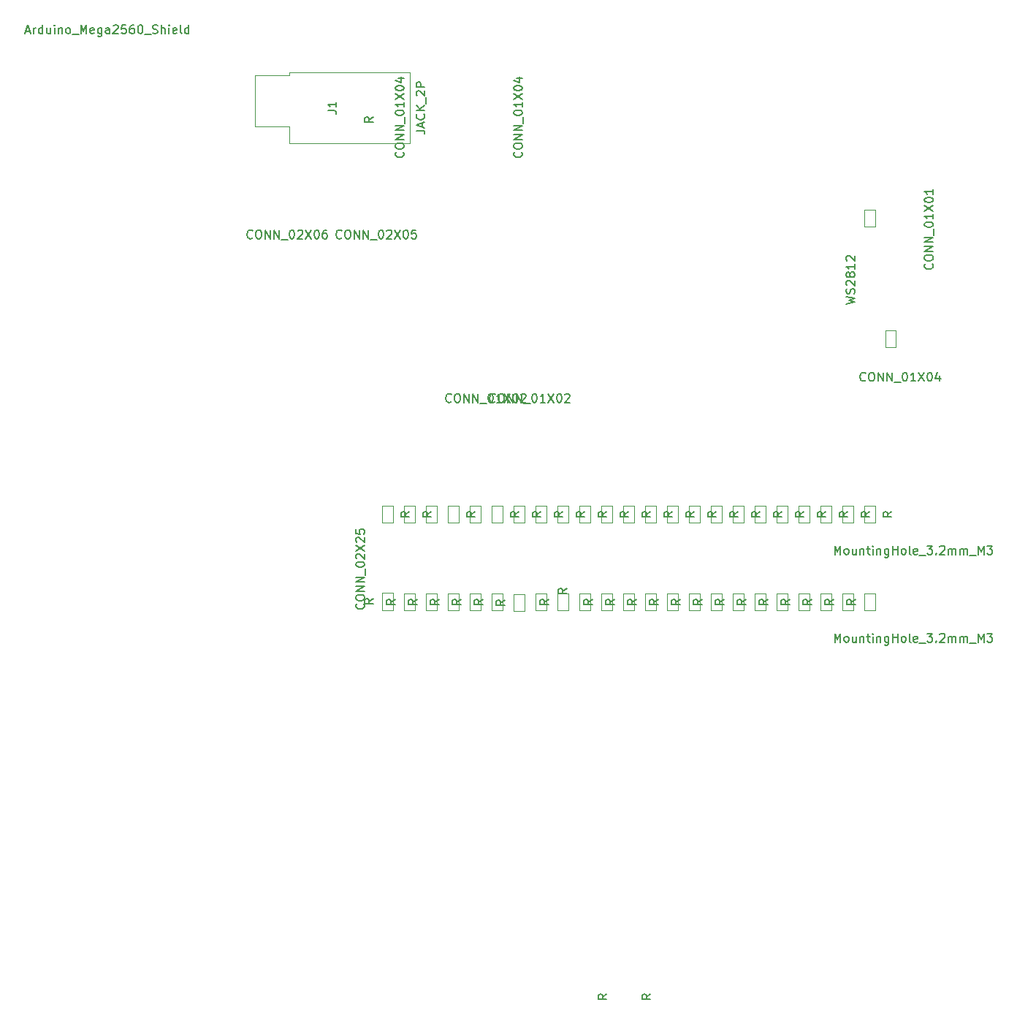
<source format=gbr>
G04 #@! TF.GenerationSoftware,KiCad,Pcbnew,5.0.0-rc2*
G04 #@! TF.CreationDate,2018-12-17T23:44:03-05:00*
G04 #@! TF.ProjectId,ZMHW_Map,5A4D48575F4D61702E6B696361645F70,rev?*
G04 #@! TF.SameCoordinates,Original*
G04 #@! TF.FileFunction,Other,Fab,Top*
%FSLAX46Y46*%
G04 Gerber Fmt 4.6, Leading zero omitted, Abs format (unit mm)*
G04 Created by KiCad (PCBNEW 5.0.0-rc2) date Mon Dec 17 23:44:03 2018*
%MOMM*%
%LPD*%
G01*
G04 APERTURE LIST*
%ADD10C,0.100000*%
%ADD11C,0.150000*%
G04 APERTURE END LIST*
D10*
G04 #@! TO.C,R1*
X167015000Y-94250000D02*
X168265000Y-94250000D01*
X167015000Y-96250000D02*
X167015000Y-94250000D01*
X168265000Y-96250000D02*
X167015000Y-96250000D01*
X168265000Y-94250000D02*
X168265000Y-96250000D01*
G04 #@! TO.C,R2*
X170805000Y-94250000D02*
X170805000Y-96250000D01*
X170805000Y-96250000D02*
X169555000Y-96250000D01*
X169555000Y-96250000D02*
X169555000Y-94250000D01*
X169555000Y-94250000D02*
X170805000Y-94250000D01*
G04 #@! TO.C,R3*
X172095000Y-94250000D02*
X173345000Y-94250000D01*
X172095000Y-96250000D02*
X172095000Y-94250000D01*
X173345000Y-96250000D02*
X172095000Y-96250000D01*
X173345000Y-94250000D02*
X173345000Y-96250000D01*
G04 #@! TO.C,R4*
X175885000Y-94250000D02*
X175885000Y-96250000D01*
X175885000Y-96250000D02*
X174635000Y-96250000D01*
X174635000Y-96250000D02*
X174635000Y-94250000D01*
X174635000Y-94250000D02*
X175885000Y-94250000D01*
G04 #@! TO.C,R5*
X177175000Y-94250000D02*
X178425000Y-94250000D01*
X177175000Y-96250000D02*
X177175000Y-94250000D01*
X178425000Y-96250000D02*
X177175000Y-96250000D01*
X178425000Y-94250000D02*
X178425000Y-96250000D01*
G04 #@! TO.C,R6*
X180965000Y-94330000D02*
X180965000Y-96330000D01*
X180965000Y-96330000D02*
X179715000Y-96330000D01*
X179715000Y-96330000D02*
X179715000Y-94330000D01*
X179715000Y-94330000D02*
X180965000Y-94330000D01*
G04 #@! TO.C,R7*
X182255000Y-94250000D02*
X183505000Y-94250000D01*
X182255000Y-96250000D02*
X182255000Y-94250000D01*
X183505000Y-96250000D02*
X182255000Y-96250000D01*
X183505000Y-94250000D02*
X183505000Y-96250000D01*
G04 #@! TO.C,R8*
X186045000Y-94250000D02*
X186045000Y-96250000D01*
X186045000Y-96250000D02*
X184795000Y-96250000D01*
X184795000Y-96250000D02*
X184795000Y-94250000D01*
X184795000Y-94250000D02*
X186045000Y-94250000D01*
G04 #@! TO.C,R9*
X187335000Y-94250000D02*
X188585000Y-94250000D01*
X187335000Y-96250000D02*
X187335000Y-94250000D01*
X188585000Y-96250000D02*
X187335000Y-96250000D01*
X188585000Y-94250000D02*
X188585000Y-96250000D01*
G04 #@! TO.C,R10*
X189875000Y-94250000D02*
X191125000Y-94250000D01*
X189875000Y-96250000D02*
X189875000Y-94250000D01*
X191125000Y-96250000D02*
X189875000Y-96250000D01*
X191125000Y-94250000D02*
X191125000Y-96250000D01*
G04 #@! TO.C,R11*
X192415000Y-94250000D02*
X193665000Y-94250000D01*
X192415000Y-96250000D02*
X192415000Y-94250000D01*
X193665000Y-96250000D02*
X192415000Y-96250000D01*
X193665000Y-94250000D02*
X193665000Y-96250000D01*
G04 #@! TO.C,R12*
X196205000Y-94250000D02*
X196205000Y-96250000D01*
X196205000Y-96250000D02*
X194955000Y-96250000D01*
X194955000Y-96250000D02*
X194955000Y-94250000D01*
X194955000Y-94250000D02*
X196205000Y-94250000D01*
G04 #@! TO.C,R13*
X197495000Y-94250000D02*
X198745000Y-94250000D01*
X197495000Y-96250000D02*
X197495000Y-94250000D01*
X198745000Y-96250000D02*
X197495000Y-96250000D01*
X198745000Y-94250000D02*
X198745000Y-96250000D01*
G04 #@! TO.C,R14*
X201285000Y-94250000D02*
X201285000Y-96250000D01*
X201285000Y-96250000D02*
X200035000Y-96250000D01*
X200035000Y-96250000D02*
X200035000Y-94250000D01*
X200035000Y-94250000D02*
X201285000Y-94250000D01*
G04 #@! TO.C,R15*
X202575000Y-94250000D02*
X203825000Y-94250000D01*
X202575000Y-96250000D02*
X202575000Y-94250000D01*
X203825000Y-96250000D02*
X202575000Y-96250000D01*
X203825000Y-94250000D02*
X203825000Y-96250000D01*
G04 #@! TO.C,R16*
X206365000Y-94250000D02*
X206365000Y-96250000D01*
X206365000Y-96250000D02*
X205115000Y-96250000D01*
X205115000Y-96250000D02*
X205115000Y-94250000D01*
X205115000Y-94250000D02*
X206365000Y-94250000D01*
G04 #@! TO.C,R17*
X207655000Y-94250000D02*
X208905000Y-94250000D01*
X207655000Y-96250000D02*
X207655000Y-94250000D01*
X208905000Y-96250000D02*
X207655000Y-96250000D01*
X208905000Y-94250000D02*
X208905000Y-96250000D01*
G04 #@! TO.C,R18*
X211445000Y-94250000D02*
X211445000Y-96250000D01*
X211445000Y-96250000D02*
X210195000Y-96250000D01*
X210195000Y-96250000D02*
X210195000Y-94250000D01*
X210195000Y-94250000D02*
X211445000Y-94250000D01*
G04 #@! TO.C,R19*
X212735000Y-94250000D02*
X213985000Y-94250000D01*
X212735000Y-96250000D02*
X212735000Y-94250000D01*
X213985000Y-96250000D02*
X212735000Y-96250000D01*
X213985000Y-94250000D02*
X213985000Y-96250000D01*
G04 #@! TO.C,R20*
X216525000Y-94250000D02*
X216525000Y-96250000D01*
X216525000Y-96250000D02*
X215275000Y-96250000D01*
X215275000Y-96250000D02*
X215275000Y-94250000D01*
X215275000Y-94250000D02*
X216525000Y-94250000D01*
G04 #@! TO.C,R21*
X219065000Y-94250000D02*
X219065000Y-96250000D01*
X219065000Y-96250000D02*
X217815000Y-96250000D01*
X217815000Y-96250000D02*
X217815000Y-94250000D01*
X217815000Y-94250000D02*
X219065000Y-94250000D01*
G04 #@! TO.C,R22*
X220355000Y-94250000D02*
X221605000Y-94250000D01*
X220355000Y-96250000D02*
X220355000Y-94250000D01*
X221605000Y-96250000D02*
X220355000Y-96250000D01*
X221605000Y-94250000D02*
X221605000Y-96250000D01*
G04 #@! TO.C,R23*
X164475000Y-86090000D02*
X164475000Y-84090000D01*
X164475000Y-84090000D02*
X165725000Y-84090000D01*
X165725000Y-84090000D02*
X165725000Y-86090000D01*
X165725000Y-86090000D02*
X164475000Y-86090000D01*
G04 #@! TO.C,R24*
X168265000Y-86090000D02*
X167015000Y-86090000D01*
X168265000Y-84090000D02*
X168265000Y-86090000D01*
X167015000Y-84090000D02*
X168265000Y-84090000D01*
X167015000Y-86090000D02*
X167015000Y-84090000D01*
G04 #@! TO.C,R25*
X169555000Y-86090000D02*
X169555000Y-84090000D01*
X169555000Y-84090000D02*
X170805000Y-84090000D01*
X170805000Y-84090000D02*
X170805000Y-86090000D01*
X170805000Y-86090000D02*
X169555000Y-86090000D01*
G04 #@! TO.C,R26*
X172095000Y-86090000D02*
X172095000Y-84090000D01*
X172095000Y-84090000D02*
X173345000Y-84090000D01*
X173345000Y-84090000D02*
X173345000Y-86090000D01*
X173345000Y-86090000D02*
X172095000Y-86090000D01*
G04 #@! TO.C,R27*
X175885000Y-86090000D02*
X174635000Y-86090000D01*
X175885000Y-84090000D02*
X175885000Y-86090000D01*
X174635000Y-84090000D02*
X175885000Y-84090000D01*
X174635000Y-86090000D02*
X174635000Y-84090000D01*
G04 #@! TO.C,R28*
X165725000Y-94170000D02*
X165725000Y-96170000D01*
X165725000Y-96170000D02*
X164475000Y-96170000D01*
X164475000Y-96170000D02*
X164475000Y-94170000D01*
X164475000Y-94170000D02*
X165725000Y-94170000D01*
G04 #@! TO.C,J1*
X149740000Y-40200000D02*
X149740000Y-34200000D01*
X149740000Y-34200000D02*
X153740000Y-34200000D01*
X153740000Y-34200000D02*
X153740000Y-33900000D01*
X153740000Y-33900000D02*
X167740000Y-33900000D01*
X167740000Y-33900000D02*
X167740000Y-42100000D01*
X167740000Y-42100000D02*
X153740000Y-42100000D01*
X153740000Y-42100000D02*
X153740000Y-40200000D01*
X153740000Y-40200000D02*
X149740000Y-40200000D01*
G04 #@! TO.C,R29*
X178425000Y-86090000D02*
X177175000Y-86090000D01*
X178425000Y-84090000D02*
X178425000Y-86090000D01*
X177175000Y-84090000D02*
X178425000Y-84090000D01*
X177175000Y-86090000D02*
X177175000Y-84090000D01*
G04 #@! TO.C,R30*
X179715000Y-86090000D02*
X179715000Y-84090000D01*
X179715000Y-84090000D02*
X180965000Y-84090000D01*
X180965000Y-84090000D02*
X180965000Y-86090000D01*
X180965000Y-86090000D02*
X179715000Y-86090000D01*
G04 #@! TO.C,R31*
X183505000Y-86090000D02*
X182255000Y-86090000D01*
X183505000Y-84090000D02*
X183505000Y-86090000D01*
X182255000Y-84090000D02*
X183505000Y-84090000D01*
X182255000Y-86090000D02*
X182255000Y-84090000D01*
G04 #@! TO.C,R32*
X184795000Y-86090000D02*
X184795000Y-84090000D01*
X184795000Y-84090000D02*
X186045000Y-84090000D01*
X186045000Y-84090000D02*
X186045000Y-86090000D01*
X186045000Y-86090000D02*
X184795000Y-86090000D01*
G04 #@! TO.C,R33*
X188585000Y-86090000D02*
X187335000Y-86090000D01*
X188585000Y-84090000D02*
X188585000Y-86090000D01*
X187335000Y-84090000D02*
X188585000Y-84090000D01*
X187335000Y-86090000D02*
X187335000Y-84090000D01*
G04 #@! TO.C,R34*
X189875000Y-86090000D02*
X189875000Y-84090000D01*
X189875000Y-84090000D02*
X191125000Y-84090000D01*
X191125000Y-84090000D02*
X191125000Y-86090000D01*
X191125000Y-86090000D02*
X189875000Y-86090000D01*
G04 #@! TO.C,R35*
X193665000Y-86090000D02*
X192415000Y-86090000D01*
X193665000Y-84090000D02*
X193665000Y-86090000D01*
X192415000Y-84090000D02*
X193665000Y-84090000D01*
X192415000Y-86090000D02*
X192415000Y-84090000D01*
G04 #@! TO.C,R36*
X194955000Y-86090000D02*
X194955000Y-84090000D01*
X194955000Y-84090000D02*
X196205000Y-84090000D01*
X196205000Y-84090000D02*
X196205000Y-86090000D01*
X196205000Y-86090000D02*
X194955000Y-86090000D01*
G04 #@! TO.C,R37*
X198745000Y-86090000D02*
X197495000Y-86090000D01*
X198745000Y-84090000D02*
X198745000Y-86090000D01*
X197495000Y-84090000D02*
X198745000Y-84090000D01*
X197495000Y-86090000D02*
X197495000Y-84090000D01*
G04 #@! TO.C,R38*
X201285000Y-86090000D02*
X200035000Y-86090000D01*
X201285000Y-84090000D02*
X201285000Y-86090000D01*
X200035000Y-84090000D02*
X201285000Y-84090000D01*
X200035000Y-86090000D02*
X200035000Y-84090000D01*
G04 #@! TO.C,R39*
X202575000Y-86090000D02*
X202575000Y-84090000D01*
X202575000Y-84090000D02*
X203825000Y-84090000D01*
X203825000Y-84090000D02*
X203825000Y-86090000D01*
X203825000Y-86090000D02*
X202575000Y-86090000D01*
G04 #@! TO.C,R40*
X206365000Y-86090000D02*
X205115000Y-86090000D01*
X206365000Y-84090000D02*
X206365000Y-86090000D01*
X205115000Y-84090000D02*
X206365000Y-84090000D01*
X205115000Y-86090000D02*
X205115000Y-84090000D01*
G04 #@! TO.C,R41*
X207655000Y-86090000D02*
X207655000Y-84090000D01*
X207655000Y-84090000D02*
X208905000Y-84090000D01*
X208905000Y-84090000D02*
X208905000Y-86090000D01*
X208905000Y-86090000D02*
X207655000Y-86090000D01*
G04 #@! TO.C,R42*
X211445000Y-86090000D02*
X210195000Y-86090000D01*
X211445000Y-84090000D02*
X211445000Y-86090000D01*
X210195000Y-84090000D02*
X211445000Y-84090000D01*
X210195000Y-86090000D02*
X210195000Y-84090000D01*
G04 #@! TO.C,R43*
X212735000Y-86090000D02*
X212735000Y-84090000D01*
X212735000Y-84090000D02*
X213985000Y-84090000D01*
X213985000Y-84090000D02*
X213985000Y-86090000D01*
X213985000Y-86090000D02*
X212735000Y-86090000D01*
G04 #@! TO.C,R44*
X216525000Y-86090000D02*
X215275000Y-86090000D01*
X216525000Y-84090000D02*
X216525000Y-86090000D01*
X215275000Y-84090000D02*
X216525000Y-84090000D01*
X215275000Y-86090000D02*
X215275000Y-84090000D01*
G04 #@! TO.C,R45*
X217815000Y-86090000D02*
X217815000Y-84090000D01*
X217815000Y-84090000D02*
X219065000Y-84090000D01*
X219065000Y-84090000D02*
X219065000Y-86090000D01*
X219065000Y-86090000D02*
X217815000Y-86090000D01*
G04 #@! TO.C,R46*
X220355000Y-86090000D02*
X220355000Y-84090000D01*
X220355000Y-84090000D02*
X221605000Y-84090000D01*
X221605000Y-84090000D02*
X221605000Y-86090000D01*
X221605000Y-86090000D02*
X220355000Y-86090000D01*
G04 #@! TO.C,C1*
X222794605Y-63752907D02*
X224044605Y-63752907D01*
X222794605Y-65752907D02*
X222794605Y-63752907D01*
X224044605Y-65752907D02*
X222794605Y-65752907D01*
X224044605Y-63752907D02*
X224044605Y-65752907D01*
G04 #@! TO.C,R47*
X221605000Y-49800000D02*
X221605000Y-51800000D01*
X221605000Y-51800000D02*
X220355000Y-51800000D01*
X220355000Y-51800000D02*
X220355000Y-49800000D01*
X220355000Y-49800000D02*
X221605000Y-49800000D01*
G04 #@! TD*
G04 #@! TO.C,REF56*
D11*
X216940952Y-89742380D02*
X216940952Y-88742380D01*
X217274285Y-89456666D01*
X217607619Y-88742380D01*
X217607619Y-89742380D01*
X218226666Y-89742380D02*
X218131428Y-89694761D01*
X218083809Y-89647142D01*
X218036190Y-89551904D01*
X218036190Y-89266190D01*
X218083809Y-89170952D01*
X218131428Y-89123333D01*
X218226666Y-89075714D01*
X218369523Y-89075714D01*
X218464761Y-89123333D01*
X218512380Y-89170952D01*
X218559999Y-89266190D01*
X218559999Y-89551904D01*
X218512380Y-89647142D01*
X218464761Y-89694761D01*
X218369523Y-89742380D01*
X218226666Y-89742380D01*
X219417142Y-89075714D02*
X219417142Y-89742380D01*
X218988571Y-89075714D02*
X218988571Y-89599523D01*
X219036190Y-89694761D01*
X219131428Y-89742380D01*
X219274285Y-89742380D01*
X219369523Y-89694761D01*
X219417142Y-89647142D01*
X219893333Y-89075714D02*
X219893333Y-89742380D01*
X219893333Y-89170952D02*
X219940952Y-89123333D01*
X220036190Y-89075714D01*
X220179047Y-89075714D01*
X220274285Y-89123333D01*
X220321904Y-89218571D01*
X220321904Y-89742380D01*
X220655238Y-89075714D02*
X221036190Y-89075714D01*
X220798095Y-88742380D02*
X220798095Y-89599523D01*
X220845714Y-89694761D01*
X220940952Y-89742380D01*
X221036190Y-89742380D01*
X221369523Y-89742380D02*
X221369523Y-89075714D01*
X221369523Y-88742380D02*
X221321904Y-88790000D01*
X221369523Y-88837619D01*
X221417142Y-88790000D01*
X221369523Y-88742380D01*
X221369523Y-88837619D01*
X221845714Y-89075714D02*
X221845714Y-89742380D01*
X221845714Y-89170952D02*
X221893333Y-89123333D01*
X221988571Y-89075714D01*
X222131428Y-89075714D01*
X222226666Y-89123333D01*
X222274285Y-89218571D01*
X222274285Y-89742380D01*
X223179047Y-89075714D02*
X223179047Y-89885238D01*
X223131428Y-89980476D01*
X223083809Y-90028095D01*
X222988571Y-90075714D01*
X222845714Y-90075714D01*
X222750476Y-90028095D01*
X223179047Y-89694761D02*
X223083809Y-89742380D01*
X222893333Y-89742380D01*
X222798095Y-89694761D01*
X222750476Y-89647142D01*
X222702857Y-89551904D01*
X222702857Y-89266190D01*
X222750476Y-89170952D01*
X222798095Y-89123333D01*
X222893333Y-89075714D01*
X223083809Y-89075714D01*
X223179047Y-89123333D01*
X223655238Y-89742380D02*
X223655238Y-88742380D01*
X223655238Y-89218571D02*
X224226666Y-89218571D01*
X224226666Y-89742380D02*
X224226666Y-88742380D01*
X224845714Y-89742380D02*
X224750476Y-89694761D01*
X224702857Y-89647142D01*
X224655238Y-89551904D01*
X224655238Y-89266190D01*
X224702857Y-89170952D01*
X224750476Y-89123333D01*
X224845714Y-89075714D01*
X224988571Y-89075714D01*
X225083809Y-89123333D01*
X225131428Y-89170952D01*
X225179047Y-89266190D01*
X225179047Y-89551904D01*
X225131428Y-89647142D01*
X225083809Y-89694761D01*
X224988571Y-89742380D01*
X224845714Y-89742380D01*
X225750476Y-89742380D02*
X225655238Y-89694761D01*
X225607619Y-89599523D01*
X225607619Y-88742380D01*
X226512380Y-89694761D02*
X226417142Y-89742380D01*
X226226666Y-89742380D01*
X226131428Y-89694761D01*
X226083809Y-89599523D01*
X226083809Y-89218571D01*
X226131428Y-89123333D01*
X226226666Y-89075714D01*
X226417142Y-89075714D01*
X226512380Y-89123333D01*
X226559999Y-89218571D01*
X226559999Y-89313809D01*
X226083809Y-89409047D01*
X226750476Y-89837619D02*
X227512380Y-89837619D01*
X227655238Y-88742380D02*
X228274285Y-88742380D01*
X227940952Y-89123333D01*
X228083809Y-89123333D01*
X228179047Y-89170952D01*
X228226666Y-89218571D01*
X228274285Y-89313809D01*
X228274285Y-89551904D01*
X228226666Y-89647142D01*
X228179047Y-89694761D01*
X228083809Y-89742380D01*
X227798095Y-89742380D01*
X227702857Y-89694761D01*
X227655238Y-89647142D01*
X228702857Y-89647142D02*
X228750476Y-89694761D01*
X228702857Y-89742380D01*
X228655238Y-89694761D01*
X228702857Y-89647142D01*
X228702857Y-89742380D01*
X229131428Y-88837619D02*
X229179047Y-88790000D01*
X229274285Y-88742380D01*
X229512380Y-88742380D01*
X229607619Y-88790000D01*
X229655238Y-88837619D01*
X229702857Y-88932857D01*
X229702857Y-89028095D01*
X229655238Y-89170952D01*
X229083809Y-89742380D01*
X229702857Y-89742380D01*
X230131428Y-89742380D02*
X230131428Y-89075714D01*
X230131428Y-89170952D02*
X230179047Y-89123333D01*
X230274285Y-89075714D01*
X230417142Y-89075714D01*
X230512380Y-89123333D01*
X230559999Y-89218571D01*
X230559999Y-89742380D01*
X230559999Y-89218571D02*
X230607619Y-89123333D01*
X230702857Y-89075714D01*
X230845714Y-89075714D01*
X230940952Y-89123333D01*
X230988571Y-89218571D01*
X230988571Y-89742380D01*
X231464761Y-89742380D02*
X231464761Y-89075714D01*
X231464761Y-89170952D02*
X231512380Y-89123333D01*
X231607619Y-89075714D01*
X231750476Y-89075714D01*
X231845714Y-89123333D01*
X231893333Y-89218571D01*
X231893333Y-89742380D01*
X231893333Y-89218571D02*
X231940952Y-89123333D01*
X232036190Y-89075714D01*
X232179047Y-89075714D01*
X232274285Y-89123333D01*
X232321904Y-89218571D01*
X232321904Y-89742380D01*
X232559999Y-89837619D02*
X233321904Y-89837619D01*
X233559999Y-89742380D02*
X233559999Y-88742380D01*
X233893333Y-89456666D01*
X234226666Y-88742380D01*
X234226666Y-89742380D01*
X234607619Y-88742380D02*
X235226666Y-88742380D01*
X234893333Y-89123333D01*
X235036190Y-89123333D01*
X235131428Y-89170952D01*
X235179047Y-89218571D01*
X235226666Y-89313809D01*
X235226666Y-89551904D01*
X235179047Y-89647142D01*
X235131428Y-89694761D01*
X235036190Y-89742380D01*
X234750476Y-89742380D01*
X234655238Y-89694761D01*
X234607619Y-89647142D01*
G04 #@! TO.C,XA1*
X123186809Y-29118166D02*
X123662999Y-29118166D01*
X123091571Y-29403880D02*
X123424904Y-28403880D01*
X123758238Y-29403880D01*
X124091571Y-29403880D02*
X124091571Y-28737214D01*
X124091571Y-28927690D02*
X124139190Y-28832452D01*
X124186809Y-28784833D01*
X124282047Y-28737214D01*
X124377285Y-28737214D01*
X125139190Y-29403880D02*
X125139190Y-28403880D01*
X125139190Y-29356261D02*
X125043952Y-29403880D01*
X124853476Y-29403880D01*
X124758238Y-29356261D01*
X124710619Y-29308642D01*
X124662999Y-29213404D01*
X124662999Y-28927690D01*
X124710619Y-28832452D01*
X124758238Y-28784833D01*
X124853476Y-28737214D01*
X125043952Y-28737214D01*
X125139190Y-28784833D01*
X126043952Y-28737214D02*
X126043952Y-29403880D01*
X125615380Y-28737214D02*
X125615380Y-29261023D01*
X125662999Y-29356261D01*
X125758238Y-29403880D01*
X125901095Y-29403880D01*
X125996333Y-29356261D01*
X126043952Y-29308642D01*
X126520142Y-29403880D02*
X126520142Y-28737214D01*
X126520142Y-28403880D02*
X126472523Y-28451500D01*
X126520142Y-28499119D01*
X126567761Y-28451500D01*
X126520142Y-28403880D01*
X126520142Y-28499119D01*
X126996333Y-28737214D02*
X126996333Y-29403880D01*
X126996333Y-28832452D02*
X127043952Y-28784833D01*
X127139190Y-28737214D01*
X127282047Y-28737214D01*
X127377285Y-28784833D01*
X127424904Y-28880071D01*
X127424904Y-29403880D01*
X128043952Y-29403880D02*
X127948714Y-29356261D01*
X127901095Y-29308642D01*
X127853476Y-29213404D01*
X127853476Y-28927690D01*
X127901095Y-28832452D01*
X127948714Y-28784833D01*
X128043952Y-28737214D01*
X128186809Y-28737214D01*
X128282047Y-28784833D01*
X128329666Y-28832452D01*
X128377285Y-28927690D01*
X128377285Y-29213404D01*
X128329666Y-29308642D01*
X128282047Y-29356261D01*
X128186809Y-29403880D01*
X128043952Y-29403880D01*
X128567761Y-29499119D02*
X129329666Y-29499119D01*
X129567761Y-29403880D02*
X129567761Y-28403880D01*
X129901095Y-29118166D01*
X130234428Y-28403880D01*
X130234428Y-29403880D01*
X131091571Y-29356261D02*
X130996333Y-29403880D01*
X130805857Y-29403880D01*
X130710619Y-29356261D01*
X130662999Y-29261023D01*
X130662999Y-28880071D01*
X130710619Y-28784833D01*
X130805857Y-28737214D01*
X130996333Y-28737214D01*
X131091571Y-28784833D01*
X131139190Y-28880071D01*
X131139190Y-28975309D01*
X130662999Y-29070547D01*
X131996333Y-28737214D02*
X131996333Y-29546738D01*
X131948714Y-29641976D01*
X131901095Y-29689595D01*
X131805857Y-29737214D01*
X131662999Y-29737214D01*
X131567761Y-29689595D01*
X131996333Y-29356261D02*
X131901095Y-29403880D01*
X131710619Y-29403880D01*
X131615380Y-29356261D01*
X131567761Y-29308642D01*
X131520142Y-29213404D01*
X131520142Y-28927690D01*
X131567761Y-28832452D01*
X131615380Y-28784833D01*
X131710619Y-28737214D01*
X131901095Y-28737214D01*
X131996333Y-28784833D01*
X132901095Y-29403880D02*
X132901095Y-28880071D01*
X132853476Y-28784833D01*
X132758238Y-28737214D01*
X132567761Y-28737214D01*
X132472523Y-28784833D01*
X132901095Y-29356261D02*
X132805857Y-29403880D01*
X132567761Y-29403880D01*
X132472523Y-29356261D01*
X132424904Y-29261023D01*
X132424904Y-29165785D01*
X132472523Y-29070547D01*
X132567761Y-29022928D01*
X132805857Y-29022928D01*
X132901095Y-28975309D01*
X133329666Y-28499119D02*
X133377285Y-28451500D01*
X133472523Y-28403880D01*
X133710619Y-28403880D01*
X133805857Y-28451500D01*
X133853476Y-28499119D01*
X133901095Y-28594357D01*
X133901095Y-28689595D01*
X133853476Y-28832452D01*
X133282047Y-29403880D01*
X133901095Y-29403880D01*
X134805857Y-28403880D02*
X134329666Y-28403880D01*
X134282047Y-28880071D01*
X134329666Y-28832452D01*
X134424904Y-28784833D01*
X134662999Y-28784833D01*
X134758238Y-28832452D01*
X134805857Y-28880071D01*
X134853476Y-28975309D01*
X134853476Y-29213404D01*
X134805857Y-29308642D01*
X134758238Y-29356261D01*
X134662999Y-29403880D01*
X134424904Y-29403880D01*
X134329666Y-29356261D01*
X134282047Y-29308642D01*
X135710619Y-28403880D02*
X135520142Y-28403880D01*
X135424904Y-28451500D01*
X135377285Y-28499119D01*
X135282047Y-28641976D01*
X135234428Y-28832452D01*
X135234428Y-29213404D01*
X135282047Y-29308642D01*
X135329666Y-29356261D01*
X135424904Y-29403880D01*
X135615380Y-29403880D01*
X135710619Y-29356261D01*
X135758238Y-29308642D01*
X135805857Y-29213404D01*
X135805857Y-28975309D01*
X135758238Y-28880071D01*
X135710619Y-28832452D01*
X135615380Y-28784833D01*
X135424904Y-28784833D01*
X135329666Y-28832452D01*
X135282047Y-28880071D01*
X135234428Y-28975309D01*
X136424904Y-28403880D02*
X136520142Y-28403880D01*
X136615380Y-28451500D01*
X136662999Y-28499119D01*
X136710619Y-28594357D01*
X136758238Y-28784833D01*
X136758238Y-29022928D01*
X136710619Y-29213404D01*
X136662999Y-29308642D01*
X136615380Y-29356261D01*
X136520142Y-29403880D01*
X136424904Y-29403880D01*
X136329666Y-29356261D01*
X136282047Y-29308642D01*
X136234428Y-29213404D01*
X136186809Y-29022928D01*
X136186809Y-28784833D01*
X136234428Y-28594357D01*
X136282047Y-28499119D01*
X136329666Y-28451500D01*
X136424904Y-28403880D01*
X136948714Y-29499119D02*
X137710619Y-29499119D01*
X137901095Y-29356261D02*
X138043952Y-29403880D01*
X138282047Y-29403880D01*
X138377285Y-29356261D01*
X138424904Y-29308642D01*
X138472523Y-29213404D01*
X138472523Y-29118166D01*
X138424904Y-29022928D01*
X138377285Y-28975309D01*
X138282047Y-28927690D01*
X138091571Y-28880071D01*
X137996333Y-28832452D01*
X137948714Y-28784833D01*
X137901095Y-28689595D01*
X137901095Y-28594357D01*
X137948714Y-28499119D01*
X137996333Y-28451500D01*
X138091571Y-28403880D01*
X138329666Y-28403880D01*
X138472523Y-28451500D01*
X138901095Y-29403880D02*
X138901095Y-28403880D01*
X139329666Y-29403880D02*
X139329666Y-28880071D01*
X139282047Y-28784833D01*
X139186809Y-28737214D01*
X139043952Y-28737214D01*
X138948714Y-28784833D01*
X138901095Y-28832452D01*
X139805857Y-29403880D02*
X139805857Y-28737214D01*
X139805857Y-28403880D02*
X139758238Y-28451500D01*
X139805857Y-28499119D01*
X139853476Y-28451500D01*
X139805857Y-28403880D01*
X139805857Y-28499119D01*
X140662999Y-29356261D02*
X140567761Y-29403880D01*
X140377285Y-29403880D01*
X140282047Y-29356261D01*
X140234428Y-29261023D01*
X140234428Y-28880071D01*
X140282047Y-28784833D01*
X140377285Y-28737214D01*
X140567761Y-28737214D01*
X140662999Y-28784833D01*
X140710619Y-28880071D01*
X140710619Y-28975309D01*
X140234428Y-29070547D01*
X141282047Y-29403880D02*
X141186809Y-29356261D01*
X141139190Y-29261023D01*
X141139190Y-28403880D01*
X142091571Y-29403880D02*
X142091571Y-28403880D01*
X142091571Y-29356261D02*
X141996333Y-29403880D01*
X141805857Y-29403880D01*
X141710619Y-29356261D01*
X141662999Y-29308642D01*
X141615380Y-29213404D01*
X141615380Y-28927690D01*
X141662999Y-28832452D01*
X141710619Y-28784833D01*
X141805857Y-28737214D01*
X141996333Y-28737214D01*
X142091571Y-28784833D01*
G04 #@! TO.C,P7*
X149474190Y-53068642D02*
X149426571Y-53116261D01*
X149283714Y-53163880D01*
X149188476Y-53163880D01*
X149045619Y-53116261D01*
X148950380Y-53021023D01*
X148902761Y-52925785D01*
X148855142Y-52735309D01*
X148855142Y-52592452D01*
X148902761Y-52401976D01*
X148950380Y-52306738D01*
X149045619Y-52211500D01*
X149188476Y-52163880D01*
X149283714Y-52163880D01*
X149426571Y-52211500D01*
X149474190Y-52259119D01*
X150093238Y-52163880D02*
X150283714Y-52163880D01*
X150378952Y-52211500D01*
X150474190Y-52306738D01*
X150521809Y-52497214D01*
X150521809Y-52830547D01*
X150474190Y-53021023D01*
X150378952Y-53116261D01*
X150283714Y-53163880D01*
X150093238Y-53163880D01*
X149997999Y-53116261D01*
X149902761Y-53021023D01*
X149855142Y-52830547D01*
X149855142Y-52497214D01*
X149902761Y-52306738D01*
X149997999Y-52211500D01*
X150093238Y-52163880D01*
X150950380Y-53163880D02*
X150950380Y-52163880D01*
X151521809Y-53163880D01*
X151521809Y-52163880D01*
X151997999Y-53163880D02*
X151997999Y-52163880D01*
X152569428Y-53163880D01*
X152569428Y-52163880D01*
X152807523Y-53259119D02*
X153569428Y-53259119D01*
X153997999Y-52163880D02*
X154093238Y-52163880D01*
X154188476Y-52211500D01*
X154236095Y-52259119D01*
X154283714Y-52354357D01*
X154331333Y-52544833D01*
X154331333Y-52782928D01*
X154283714Y-52973404D01*
X154236095Y-53068642D01*
X154188476Y-53116261D01*
X154093238Y-53163880D01*
X153997999Y-53163880D01*
X153902761Y-53116261D01*
X153855142Y-53068642D01*
X153807523Y-52973404D01*
X153759904Y-52782928D01*
X153759904Y-52544833D01*
X153807523Y-52354357D01*
X153855142Y-52259119D01*
X153902761Y-52211500D01*
X153997999Y-52163880D01*
X154712285Y-52259119D02*
X154759904Y-52211500D01*
X154855142Y-52163880D01*
X155093238Y-52163880D01*
X155188476Y-52211500D01*
X155236095Y-52259119D01*
X155283714Y-52354357D01*
X155283714Y-52449595D01*
X155236095Y-52592452D01*
X154664666Y-53163880D01*
X155283714Y-53163880D01*
X155617047Y-52163880D02*
X156283714Y-53163880D01*
X156283714Y-52163880D02*
X155617047Y-53163880D01*
X156855142Y-52163880D02*
X156950380Y-52163880D01*
X157045619Y-52211500D01*
X157093238Y-52259119D01*
X157140857Y-52354357D01*
X157188476Y-52544833D01*
X157188476Y-52782928D01*
X157140857Y-52973404D01*
X157093238Y-53068642D01*
X157045619Y-53116261D01*
X156950380Y-53163880D01*
X156855142Y-53163880D01*
X156759904Y-53116261D01*
X156712285Y-53068642D01*
X156664666Y-52973404D01*
X156617047Y-52782928D01*
X156617047Y-52544833D01*
X156664666Y-52354357D01*
X156712285Y-52259119D01*
X156759904Y-52211500D01*
X156855142Y-52163880D01*
X158045619Y-52163880D02*
X157855142Y-52163880D01*
X157759904Y-52211500D01*
X157712285Y-52259119D01*
X157617047Y-52401976D01*
X157569428Y-52592452D01*
X157569428Y-52973404D01*
X157617047Y-53068642D01*
X157664666Y-53116261D01*
X157759904Y-53163880D01*
X157950380Y-53163880D01*
X158045619Y-53116261D01*
X158093238Y-53068642D01*
X158140857Y-52973404D01*
X158140857Y-52735309D01*
X158093238Y-52640071D01*
X158045619Y-52592452D01*
X157950380Y-52544833D01*
X157759904Y-52544833D01*
X157664666Y-52592452D01*
X157617047Y-52640071D01*
X157569428Y-52735309D01*
G04 #@! TO.C,P1*
X180645142Y-43139809D02*
X180692761Y-43187428D01*
X180740380Y-43330285D01*
X180740380Y-43425523D01*
X180692761Y-43568380D01*
X180597523Y-43663619D01*
X180502285Y-43711238D01*
X180311809Y-43758857D01*
X180168952Y-43758857D01*
X179978476Y-43711238D01*
X179883238Y-43663619D01*
X179787999Y-43568380D01*
X179740380Y-43425523D01*
X179740380Y-43330285D01*
X179787999Y-43187428D01*
X179835619Y-43139809D01*
X179740380Y-42520761D02*
X179740380Y-42330285D01*
X179787999Y-42235047D01*
X179883238Y-42139809D01*
X180073714Y-42092190D01*
X180407047Y-42092190D01*
X180597523Y-42139809D01*
X180692761Y-42235047D01*
X180740380Y-42330285D01*
X180740380Y-42520761D01*
X180692761Y-42616000D01*
X180597523Y-42711238D01*
X180407047Y-42758857D01*
X180073714Y-42758857D01*
X179883238Y-42711238D01*
X179787999Y-42616000D01*
X179740380Y-42520761D01*
X180740380Y-41663619D02*
X179740380Y-41663619D01*
X180740380Y-41092190D01*
X179740380Y-41092190D01*
X180740380Y-40616000D02*
X179740380Y-40616000D01*
X180740380Y-40044571D01*
X179740380Y-40044571D01*
X180835619Y-39806476D02*
X180835619Y-39044571D01*
X179740380Y-38616000D02*
X179740380Y-38520761D01*
X179788000Y-38425523D01*
X179835619Y-38377904D01*
X179930857Y-38330285D01*
X180121333Y-38282666D01*
X180359428Y-38282666D01*
X180549904Y-38330285D01*
X180645142Y-38377904D01*
X180692761Y-38425523D01*
X180740380Y-38520761D01*
X180740380Y-38616000D01*
X180692761Y-38711238D01*
X180645142Y-38758857D01*
X180549904Y-38806476D01*
X180359428Y-38854095D01*
X180121333Y-38854095D01*
X179930857Y-38806476D01*
X179835619Y-38758857D01*
X179788000Y-38711238D01*
X179740380Y-38616000D01*
X180740380Y-37330285D02*
X180740380Y-37901714D01*
X180740380Y-37616000D02*
X179740380Y-37616000D01*
X179883238Y-37711238D01*
X179978476Y-37806476D01*
X180026095Y-37901714D01*
X179740380Y-36996952D02*
X180740380Y-36330285D01*
X179740380Y-36330285D02*
X180740380Y-36996952D01*
X179740380Y-35758857D02*
X179740380Y-35663619D01*
X179788000Y-35568380D01*
X179835619Y-35520761D01*
X179930857Y-35473142D01*
X180121333Y-35425523D01*
X180359428Y-35425523D01*
X180549904Y-35473142D01*
X180645142Y-35520761D01*
X180692761Y-35568380D01*
X180740380Y-35663619D01*
X180740380Y-35758857D01*
X180692761Y-35854095D01*
X180645142Y-35901714D01*
X180549904Y-35949333D01*
X180359428Y-35996952D01*
X180121333Y-35996952D01*
X179930857Y-35949333D01*
X179835619Y-35901714D01*
X179788000Y-35854095D01*
X179740380Y-35758857D01*
X180073714Y-34568380D02*
X180740380Y-34568380D01*
X179692761Y-34806476D02*
X180407047Y-35044571D01*
X180407047Y-34425523D01*
G04 #@! TO.C,P3*
X166929142Y-43139809D02*
X166976761Y-43187428D01*
X167024380Y-43330285D01*
X167024380Y-43425523D01*
X166976761Y-43568380D01*
X166881523Y-43663619D01*
X166786285Y-43711238D01*
X166595809Y-43758857D01*
X166452952Y-43758857D01*
X166262476Y-43711238D01*
X166167238Y-43663619D01*
X166071999Y-43568380D01*
X166024380Y-43425523D01*
X166024380Y-43330285D01*
X166071999Y-43187428D01*
X166119619Y-43139809D01*
X166024380Y-42520761D02*
X166024380Y-42330285D01*
X166071999Y-42235047D01*
X166167238Y-42139809D01*
X166357714Y-42092190D01*
X166691047Y-42092190D01*
X166881523Y-42139809D01*
X166976761Y-42235047D01*
X167024380Y-42330285D01*
X167024380Y-42520761D01*
X166976761Y-42616000D01*
X166881523Y-42711238D01*
X166691047Y-42758857D01*
X166357714Y-42758857D01*
X166167238Y-42711238D01*
X166071999Y-42616000D01*
X166024380Y-42520761D01*
X167024380Y-41663619D02*
X166024380Y-41663619D01*
X167024380Y-41092190D01*
X166024380Y-41092190D01*
X167024380Y-40616000D02*
X166024380Y-40616000D01*
X167024380Y-40044571D01*
X166024380Y-40044571D01*
X167119619Y-39806476D02*
X167119619Y-39044571D01*
X166024380Y-38616000D02*
X166024380Y-38520761D01*
X166072000Y-38425523D01*
X166119619Y-38377904D01*
X166214857Y-38330285D01*
X166405333Y-38282666D01*
X166643428Y-38282666D01*
X166833904Y-38330285D01*
X166929142Y-38377904D01*
X166976761Y-38425523D01*
X167024380Y-38520761D01*
X167024380Y-38616000D01*
X166976761Y-38711238D01*
X166929142Y-38758857D01*
X166833904Y-38806476D01*
X166643428Y-38854095D01*
X166405333Y-38854095D01*
X166214857Y-38806476D01*
X166119619Y-38758857D01*
X166072000Y-38711238D01*
X166024380Y-38616000D01*
X167024380Y-37330285D02*
X167024380Y-37901714D01*
X167024380Y-37616000D02*
X166024380Y-37616000D01*
X166167238Y-37711238D01*
X166262476Y-37806476D01*
X166310095Y-37901714D01*
X166024380Y-36996952D02*
X167024380Y-36330285D01*
X166024380Y-36330285D02*
X167024380Y-36996952D01*
X166024380Y-35758857D02*
X166024380Y-35663619D01*
X166072000Y-35568380D01*
X166119619Y-35520761D01*
X166214857Y-35473142D01*
X166405333Y-35425523D01*
X166643428Y-35425523D01*
X166833904Y-35473142D01*
X166929142Y-35520761D01*
X166976761Y-35568380D01*
X167024380Y-35663619D01*
X167024380Y-35758857D01*
X166976761Y-35854095D01*
X166929142Y-35901714D01*
X166833904Y-35949333D01*
X166643428Y-35996952D01*
X166405333Y-35996952D01*
X166214857Y-35949333D01*
X166119619Y-35901714D01*
X166072000Y-35854095D01*
X166024380Y-35758857D01*
X166357714Y-34568380D02*
X167024380Y-34568380D01*
X165976761Y-34806476D02*
X166691047Y-35044571D01*
X166691047Y-34425523D01*
G04 #@! TO.C,P4*
X177586190Y-72037142D02*
X177538571Y-72084761D01*
X177395714Y-72132380D01*
X177300476Y-72132380D01*
X177157619Y-72084761D01*
X177062380Y-71989523D01*
X177014761Y-71894285D01*
X176967142Y-71703809D01*
X176967142Y-71560952D01*
X177014761Y-71370476D01*
X177062380Y-71275238D01*
X177157619Y-71180000D01*
X177300476Y-71132380D01*
X177395714Y-71132380D01*
X177538571Y-71180000D01*
X177586190Y-71227619D01*
X178205238Y-71132380D02*
X178395714Y-71132380D01*
X178490952Y-71180000D01*
X178586190Y-71275238D01*
X178633809Y-71465714D01*
X178633809Y-71799047D01*
X178586190Y-71989523D01*
X178490952Y-72084761D01*
X178395714Y-72132380D01*
X178205238Y-72132380D01*
X178109999Y-72084761D01*
X178014761Y-71989523D01*
X177967142Y-71799047D01*
X177967142Y-71465714D01*
X178014761Y-71275238D01*
X178109999Y-71180000D01*
X178205238Y-71132380D01*
X179062380Y-72132380D02*
X179062380Y-71132380D01*
X179633809Y-72132380D01*
X179633809Y-71132380D01*
X180109999Y-72132380D02*
X180109999Y-71132380D01*
X180681428Y-72132380D01*
X180681428Y-71132380D01*
X180919523Y-72227619D02*
X181681428Y-72227619D01*
X182109999Y-71132380D02*
X182205238Y-71132380D01*
X182300476Y-71180000D01*
X182348095Y-71227619D01*
X182395714Y-71322857D01*
X182443333Y-71513333D01*
X182443333Y-71751428D01*
X182395714Y-71941904D01*
X182348095Y-72037142D01*
X182300476Y-72084761D01*
X182205238Y-72132380D01*
X182109999Y-72132380D01*
X182014761Y-72084761D01*
X181967142Y-72037142D01*
X181919523Y-71941904D01*
X181871904Y-71751428D01*
X181871904Y-71513333D01*
X181919523Y-71322857D01*
X181967142Y-71227619D01*
X182014761Y-71180000D01*
X182109999Y-71132380D01*
X183395714Y-72132380D02*
X182824285Y-72132380D01*
X183109999Y-72132380D02*
X183109999Y-71132380D01*
X183014761Y-71275238D01*
X182919523Y-71370476D01*
X182824285Y-71418095D01*
X183729047Y-71132380D02*
X184395714Y-72132380D01*
X184395714Y-71132380D02*
X183729047Y-72132380D01*
X184967142Y-71132380D02*
X185062380Y-71132380D01*
X185157619Y-71180000D01*
X185205238Y-71227619D01*
X185252857Y-71322857D01*
X185300476Y-71513333D01*
X185300476Y-71751428D01*
X185252857Y-71941904D01*
X185205238Y-72037142D01*
X185157619Y-72084761D01*
X185062380Y-72132380D01*
X184967142Y-72132380D01*
X184871904Y-72084761D01*
X184824285Y-72037142D01*
X184776666Y-71941904D01*
X184729047Y-71751428D01*
X184729047Y-71513333D01*
X184776666Y-71322857D01*
X184824285Y-71227619D01*
X184871904Y-71180000D01*
X184967142Y-71132380D01*
X185681428Y-71227619D02*
X185729047Y-71180000D01*
X185824285Y-71132380D01*
X186062380Y-71132380D01*
X186157619Y-71180000D01*
X186205238Y-71227619D01*
X186252857Y-71322857D01*
X186252857Y-71418095D01*
X186205238Y-71560952D01*
X185633809Y-72132380D01*
X186252857Y-72132380D01*
G04 #@! TO.C,P5*
X172506190Y-72037142D02*
X172458571Y-72084761D01*
X172315714Y-72132380D01*
X172220476Y-72132380D01*
X172077619Y-72084761D01*
X171982380Y-71989523D01*
X171934761Y-71894285D01*
X171887142Y-71703809D01*
X171887142Y-71560952D01*
X171934761Y-71370476D01*
X171982380Y-71275238D01*
X172077619Y-71180000D01*
X172220476Y-71132380D01*
X172315714Y-71132380D01*
X172458571Y-71180000D01*
X172506190Y-71227619D01*
X173125238Y-71132380D02*
X173315714Y-71132380D01*
X173410952Y-71180000D01*
X173506190Y-71275238D01*
X173553809Y-71465714D01*
X173553809Y-71799047D01*
X173506190Y-71989523D01*
X173410952Y-72084761D01*
X173315714Y-72132380D01*
X173125238Y-72132380D01*
X173029999Y-72084761D01*
X172934761Y-71989523D01*
X172887142Y-71799047D01*
X172887142Y-71465714D01*
X172934761Y-71275238D01*
X173029999Y-71180000D01*
X173125238Y-71132380D01*
X173982380Y-72132380D02*
X173982380Y-71132380D01*
X174553809Y-72132380D01*
X174553809Y-71132380D01*
X175029999Y-72132380D02*
X175029999Y-71132380D01*
X175601428Y-72132380D01*
X175601428Y-71132380D01*
X175839523Y-72227619D02*
X176601428Y-72227619D01*
X177029999Y-71132380D02*
X177125238Y-71132380D01*
X177220476Y-71180000D01*
X177268095Y-71227619D01*
X177315714Y-71322857D01*
X177363333Y-71513333D01*
X177363333Y-71751428D01*
X177315714Y-71941904D01*
X177268095Y-72037142D01*
X177220476Y-72084761D01*
X177125238Y-72132380D01*
X177029999Y-72132380D01*
X176934761Y-72084761D01*
X176887142Y-72037142D01*
X176839523Y-71941904D01*
X176791904Y-71751428D01*
X176791904Y-71513333D01*
X176839523Y-71322857D01*
X176887142Y-71227619D01*
X176934761Y-71180000D01*
X177029999Y-71132380D01*
X178315714Y-72132380D02*
X177744285Y-72132380D01*
X178029999Y-72132380D02*
X178029999Y-71132380D01*
X177934761Y-71275238D01*
X177839523Y-71370476D01*
X177744285Y-71418095D01*
X178649047Y-71132380D02*
X179315714Y-72132380D01*
X179315714Y-71132380D02*
X178649047Y-72132380D01*
X179887142Y-71132380D02*
X179982380Y-71132380D01*
X180077619Y-71180000D01*
X180125238Y-71227619D01*
X180172857Y-71322857D01*
X180220476Y-71513333D01*
X180220476Y-71751428D01*
X180172857Y-71941904D01*
X180125238Y-72037142D01*
X180077619Y-72084761D01*
X179982380Y-72132380D01*
X179887142Y-72132380D01*
X179791904Y-72084761D01*
X179744285Y-72037142D01*
X179696666Y-71941904D01*
X179649047Y-71751428D01*
X179649047Y-71513333D01*
X179696666Y-71322857D01*
X179744285Y-71227619D01*
X179791904Y-71180000D01*
X179887142Y-71132380D01*
X180601428Y-71227619D02*
X180649047Y-71180000D01*
X180744285Y-71132380D01*
X180982380Y-71132380D01*
X181077619Y-71180000D01*
X181125238Y-71227619D01*
X181172857Y-71322857D01*
X181172857Y-71418095D01*
X181125238Y-71560952D01*
X180553809Y-72132380D01*
X181172857Y-72132380D01*
G04 #@! TO.C,P6*
X159794190Y-53068642D02*
X159746571Y-53116261D01*
X159603714Y-53163880D01*
X159508476Y-53163880D01*
X159365619Y-53116261D01*
X159270380Y-53021023D01*
X159222761Y-52925785D01*
X159175142Y-52735309D01*
X159175142Y-52592452D01*
X159222761Y-52401976D01*
X159270380Y-52306738D01*
X159365619Y-52211500D01*
X159508476Y-52163880D01*
X159603714Y-52163880D01*
X159746571Y-52211500D01*
X159794190Y-52259119D01*
X160413238Y-52163880D02*
X160603714Y-52163880D01*
X160698952Y-52211500D01*
X160794190Y-52306738D01*
X160841809Y-52497214D01*
X160841809Y-52830547D01*
X160794190Y-53021023D01*
X160698952Y-53116261D01*
X160603714Y-53163880D01*
X160413238Y-53163880D01*
X160317999Y-53116261D01*
X160222761Y-53021023D01*
X160175142Y-52830547D01*
X160175142Y-52497214D01*
X160222761Y-52306738D01*
X160317999Y-52211500D01*
X160413238Y-52163880D01*
X161270380Y-53163880D02*
X161270380Y-52163880D01*
X161841809Y-53163880D01*
X161841809Y-52163880D01*
X162317999Y-53163880D02*
X162317999Y-52163880D01*
X162889428Y-53163880D01*
X162889428Y-52163880D01*
X163127523Y-53259119D02*
X163889428Y-53259119D01*
X164317999Y-52163880D02*
X164413238Y-52163880D01*
X164508476Y-52211500D01*
X164556095Y-52259119D01*
X164603714Y-52354357D01*
X164651333Y-52544833D01*
X164651333Y-52782928D01*
X164603714Y-52973404D01*
X164556095Y-53068642D01*
X164508476Y-53116261D01*
X164413238Y-53163880D01*
X164317999Y-53163880D01*
X164222761Y-53116261D01*
X164175142Y-53068642D01*
X164127523Y-52973404D01*
X164079904Y-52782928D01*
X164079904Y-52544833D01*
X164127523Y-52354357D01*
X164175142Y-52259119D01*
X164222761Y-52211500D01*
X164317999Y-52163880D01*
X165032285Y-52259119D02*
X165079904Y-52211500D01*
X165175142Y-52163880D01*
X165413238Y-52163880D01*
X165508476Y-52211500D01*
X165556095Y-52259119D01*
X165603714Y-52354357D01*
X165603714Y-52449595D01*
X165556095Y-52592452D01*
X164984666Y-53163880D01*
X165603714Y-53163880D01*
X165937047Y-52163880D02*
X166603714Y-53163880D01*
X166603714Y-52163880D02*
X165937047Y-53163880D01*
X167175142Y-52163880D02*
X167270380Y-52163880D01*
X167365619Y-52211500D01*
X167413238Y-52259119D01*
X167460857Y-52354357D01*
X167508476Y-52544833D01*
X167508476Y-52782928D01*
X167460857Y-52973404D01*
X167413238Y-53068642D01*
X167365619Y-53116261D01*
X167270380Y-53163880D01*
X167175142Y-53163880D01*
X167079904Y-53116261D01*
X167032285Y-53068642D01*
X166984666Y-52973404D01*
X166937047Y-52782928D01*
X166937047Y-52544833D01*
X166984666Y-52354357D01*
X167032285Y-52259119D01*
X167079904Y-52211500D01*
X167175142Y-52163880D01*
X168413238Y-52163880D02*
X167937047Y-52163880D01*
X167889428Y-52640071D01*
X167937047Y-52592452D01*
X168032285Y-52544833D01*
X168270380Y-52544833D01*
X168365619Y-52592452D01*
X168413238Y-52640071D01*
X168460857Y-52735309D01*
X168460857Y-52973404D01*
X168413238Y-53068642D01*
X168365619Y-53116261D01*
X168270380Y-53163880D01*
X168032285Y-53163880D01*
X167937047Y-53116261D01*
X167889428Y-53068642D01*
G04 #@! TO.C,R1*
X165992380Y-94940476D02*
X165516190Y-95273809D01*
X165992380Y-95511904D02*
X164992380Y-95511904D01*
X164992380Y-95130952D01*
X165040000Y-95035714D01*
X165087619Y-94988095D01*
X165182857Y-94940476D01*
X165325714Y-94940476D01*
X165420952Y-94988095D01*
X165468571Y-95035714D01*
X165516190Y-95130952D01*
X165516190Y-95511904D01*
G04 #@! TO.C,R2*
X168532380Y-94940476D02*
X168056190Y-95273809D01*
X168532380Y-95511904D02*
X167532380Y-95511904D01*
X167532380Y-95130952D01*
X167580000Y-95035714D01*
X167627619Y-94988095D01*
X167722857Y-94940476D01*
X167865714Y-94940476D01*
X167960952Y-94988095D01*
X168008571Y-95035714D01*
X168056190Y-95130952D01*
X168056190Y-95511904D01*
G04 #@! TO.C,R3*
X171072380Y-94940476D02*
X170596190Y-95273809D01*
X171072380Y-95511904D02*
X170072380Y-95511904D01*
X170072380Y-95130952D01*
X170120000Y-95035714D01*
X170167619Y-94988095D01*
X170262857Y-94940476D01*
X170405714Y-94940476D01*
X170500952Y-94988095D01*
X170548571Y-95035714D01*
X170596190Y-95130952D01*
X170596190Y-95511904D01*
G04 #@! TO.C,R4*
X173612380Y-94940476D02*
X173136190Y-95273809D01*
X173612380Y-95511904D02*
X172612380Y-95511904D01*
X172612380Y-95130952D01*
X172660000Y-95035714D01*
X172707619Y-94988095D01*
X172802857Y-94940476D01*
X172945714Y-94940476D01*
X173040952Y-94988095D01*
X173088571Y-95035714D01*
X173136190Y-95130952D01*
X173136190Y-95511904D01*
G04 #@! TO.C,R5*
X176152380Y-94940476D02*
X175676190Y-95273809D01*
X176152380Y-95511904D02*
X175152380Y-95511904D01*
X175152380Y-95130952D01*
X175200000Y-95035714D01*
X175247619Y-94988095D01*
X175342857Y-94940476D01*
X175485714Y-94940476D01*
X175580952Y-94988095D01*
X175628571Y-95035714D01*
X175676190Y-95130952D01*
X175676190Y-95511904D01*
G04 #@! TO.C,R6*
X178692380Y-95020476D02*
X178216190Y-95353809D01*
X178692380Y-95591904D02*
X177692380Y-95591904D01*
X177692380Y-95210952D01*
X177740000Y-95115714D01*
X177787619Y-95068095D01*
X177882857Y-95020476D01*
X178025714Y-95020476D01*
X178120952Y-95068095D01*
X178168571Y-95115714D01*
X178216190Y-95210952D01*
X178216190Y-95591904D01*
G04 #@! TO.C,R7*
X163452380Y-39060476D02*
X162976190Y-39393809D01*
X163452380Y-39631904D02*
X162452380Y-39631904D01*
X162452380Y-39250952D01*
X162500000Y-39155714D01*
X162547619Y-39108095D01*
X162642857Y-39060476D01*
X162785714Y-39060476D01*
X162880952Y-39108095D01*
X162928571Y-39155714D01*
X162976190Y-39250952D01*
X162976190Y-39631904D01*
G04 #@! TO.C,R8*
X183772380Y-94940476D02*
X183296190Y-95273809D01*
X183772380Y-95511904D02*
X182772380Y-95511904D01*
X182772380Y-95130952D01*
X182820000Y-95035714D01*
X182867619Y-94988095D01*
X182962857Y-94940476D01*
X183105714Y-94940476D01*
X183200952Y-94988095D01*
X183248571Y-95035714D01*
X183296190Y-95130952D01*
X183296190Y-95511904D01*
G04 #@! TO.C,R9*
X185872380Y-93670476D02*
X185396190Y-94003809D01*
X185872380Y-94241904D02*
X184872380Y-94241904D01*
X184872380Y-93860952D01*
X184920000Y-93765714D01*
X184967619Y-93718095D01*
X185062857Y-93670476D01*
X185205714Y-93670476D01*
X185300952Y-93718095D01*
X185348571Y-93765714D01*
X185396190Y-93860952D01*
X185396190Y-94241904D01*
G04 #@! TO.C,R10*
X188852380Y-94940476D02*
X188376190Y-95273809D01*
X188852380Y-95511904D02*
X187852380Y-95511904D01*
X187852380Y-95130952D01*
X187900000Y-95035714D01*
X187947619Y-94988095D01*
X188042857Y-94940476D01*
X188185714Y-94940476D01*
X188280952Y-94988095D01*
X188328571Y-95035714D01*
X188376190Y-95130952D01*
X188376190Y-95511904D01*
G04 #@! TO.C,R11*
X191392380Y-94940476D02*
X190916190Y-95273809D01*
X191392380Y-95511904D02*
X190392380Y-95511904D01*
X190392380Y-95130952D01*
X190440000Y-95035714D01*
X190487619Y-94988095D01*
X190582857Y-94940476D01*
X190725714Y-94940476D01*
X190820952Y-94988095D01*
X190868571Y-95035714D01*
X190916190Y-95130952D01*
X190916190Y-95511904D01*
G04 #@! TO.C,R12*
X193932380Y-94940476D02*
X193456190Y-95273809D01*
X193932380Y-95511904D02*
X192932380Y-95511904D01*
X192932380Y-95130952D01*
X192980000Y-95035714D01*
X193027619Y-94988095D01*
X193122857Y-94940476D01*
X193265714Y-94940476D01*
X193360952Y-94988095D01*
X193408571Y-95035714D01*
X193456190Y-95130952D01*
X193456190Y-95511904D01*
G04 #@! TO.C,R13*
X196472380Y-94940476D02*
X195996190Y-95273809D01*
X196472380Y-95511904D02*
X195472380Y-95511904D01*
X195472380Y-95130952D01*
X195520000Y-95035714D01*
X195567619Y-94988095D01*
X195662857Y-94940476D01*
X195805714Y-94940476D01*
X195900952Y-94988095D01*
X195948571Y-95035714D01*
X195996190Y-95130952D01*
X195996190Y-95511904D01*
G04 #@! TO.C,R14*
X199012380Y-94940476D02*
X198536190Y-95273809D01*
X199012380Y-95511904D02*
X198012380Y-95511904D01*
X198012380Y-95130952D01*
X198060000Y-95035714D01*
X198107619Y-94988095D01*
X198202857Y-94940476D01*
X198345714Y-94940476D01*
X198440952Y-94988095D01*
X198488571Y-95035714D01*
X198536190Y-95130952D01*
X198536190Y-95511904D01*
G04 #@! TO.C,R15*
X201552380Y-94940476D02*
X201076190Y-95273809D01*
X201552380Y-95511904D02*
X200552380Y-95511904D01*
X200552380Y-95130952D01*
X200600000Y-95035714D01*
X200647619Y-94988095D01*
X200742857Y-94940476D01*
X200885714Y-94940476D01*
X200980952Y-94988095D01*
X201028571Y-95035714D01*
X201076190Y-95130952D01*
X201076190Y-95511904D01*
G04 #@! TO.C,R16*
X204092380Y-94940476D02*
X203616190Y-95273809D01*
X204092380Y-95511904D02*
X203092380Y-95511904D01*
X203092380Y-95130952D01*
X203140000Y-95035714D01*
X203187619Y-94988095D01*
X203282857Y-94940476D01*
X203425714Y-94940476D01*
X203520952Y-94988095D01*
X203568571Y-95035714D01*
X203616190Y-95130952D01*
X203616190Y-95511904D01*
G04 #@! TO.C,R17*
X206632380Y-94940476D02*
X206156190Y-95273809D01*
X206632380Y-95511904D02*
X205632380Y-95511904D01*
X205632380Y-95130952D01*
X205680000Y-95035714D01*
X205727619Y-94988095D01*
X205822857Y-94940476D01*
X205965714Y-94940476D01*
X206060952Y-94988095D01*
X206108571Y-95035714D01*
X206156190Y-95130952D01*
X206156190Y-95511904D01*
G04 #@! TO.C,R18*
X209172380Y-94940476D02*
X208696190Y-95273809D01*
X209172380Y-95511904D02*
X208172380Y-95511904D01*
X208172380Y-95130952D01*
X208220000Y-95035714D01*
X208267619Y-94988095D01*
X208362857Y-94940476D01*
X208505714Y-94940476D01*
X208600952Y-94988095D01*
X208648571Y-95035714D01*
X208696190Y-95130952D01*
X208696190Y-95511904D01*
G04 #@! TO.C,R19*
X211712380Y-94940476D02*
X211236190Y-95273809D01*
X211712380Y-95511904D02*
X210712380Y-95511904D01*
X210712380Y-95130952D01*
X210760000Y-95035714D01*
X210807619Y-94988095D01*
X210902857Y-94940476D01*
X211045714Y-94940476D01*
X211140952Y-94988095D01*
X211188571Y-95035714D01*
X211236190Y-95130952D01*
X211236190Y-95511904D01*
G04 #@! TO.C,R20*
X214252380Y-94940476D02*
X213776190Y-95273809D01*
X214252380Y-95511904D02*
X213252380Y-95511904D01*
X213252380Y-95130952D01*
X213300000Y-95035714D01*
X213347619Y-94988095D01*
X213442857Y-94940476D01*
X213585714Y-94940476D01*
X213680952Y-94988095D01*
X213728571Y-95035714D01*
X213776190Y-95130952D01*
X213776190Y-95511904D01*
G04 #@! TO.C,R21*
X216792380Y-94940476D02*
X216316190Y-95273809D01*
X216792380Y-95511904D02*
X215792380Y-95511904D01*
X215792380Y-95130952D01*
X215840000Y-95035714D01*
X215887619Y-94988095D01*
X215982857Y-94940476D01*
X216125714Y-94940476D01*
X216220952Y-94988095D01*
X216268571Y-95035714D01*
X216316190Y-95130952D01*
X216316190Y-95511904D01*
G04 #@! TO.C,R22*
X219332380Y-94940476D02*
X218856190Y-95273809D01*
X219332380Y-95511904D02*
X218332380Y-95511904D01*
X218332380Y-95130952D01*
X218380000Y-95035714D01*
X218427619Y-94988095D01*
X218522857Y-94940476D01*
X218665714Y-94940476D01*
X218760952Y-94988095D01*
X218808571Y-95035714D01*
X218856190Y-95130952D01*
X218856190Y-95511904D01*
G04 #@! TO.C,R23*
X167652380Y-84780476D02*
X167176190Y-85113809D01*
X167652380Y-85351904D02*
X166652380Y-85351904D01*
X166652380Y-84970952D01*
X166700000Y-84875714D01*
X166747619Y-84828095D01*
X166842857Y-84780476D01*
X166985714Y-84780476D01*
X167080952Y-84828095D01*
X167128571Y-84875714D01*
X167176190Y-84970952D01*
X167176190Y-85351904D01*
G04 #@! TO.C,R24*
X170192380Y-84780476D02*
X169716190Y-85113809D01*
X170192380Y-85351904D02*
X169192380Y-85351904D01*
X169192380Y-84970952D01*
X169240000Y-84875714D01*
X169287619Y-84828095D01*
X169382857Y-84780476D01*
X169525714Y-84780476D01*
X169620952Y-84828095D01*
X169668571Y-84875714D01*
X169716190Y-84970952D01*
X169716190Y-85351904D01*
G04 #@! TO.C,R25*
X190512380Y-140660476D02*
X190036190Y-140993809D01*
X190512380Y-141231904D02*
X189512380Y-141231904D01*
X189512380Y-140850952D01*
X189560000Y-140755714D01*
X189607619Y-140708095D01*
X189702857Y-140660476D01*
X189845714Y-140660476D01*
X189940952Y-140708095D01*
X189988571Y-140755714D01*
X190036190Y-140850952D01*
X190036190Y-141231904D01*
G04 #@! TO.C,R26*
X175272380Y-84780476D02*
X174796190Y-85113809D01*
X175272380Y-85351904D02*
X174272380Y-85351904D01*
X174272380Y-84970952D01*
X174320000Y-84875714D01*
X174367619Y-84828095D01*
X174462857Y-84780476D01*
X174605714Y-84780476D01*
X174700952Y-84828095D01*
X174748571Y-84875714D01*
X174796190Y-84970952D01*
X174796190Y-85351904D01*
G04 #@! TO.C,R27*
X195592380Y-140660476D02*
X195116190Y-140993809D01*
X195592380Y-141231904D02*
X194592380Y-141231904D01*
X194592380Y-140850952D01*
X194640000Y-140755714D01*
X194687619Y-140708095D01*
X194782857Y-140660476D01*
X194925714Y-140660476D01*
X195020952Y-140708095D01*
X195068571Y-140755714D01*
X195116190Y-140850952D01*
X195116190Y-141231904D01*
G04 #@! TO.C,R28*
X163452380Y-94860476D02*
X162976190Y-95193809D01*
X163452380Y-95431904D02*
X162452380Y-95431904D01*
X162452380Y-95050952D01*
X162500000Y-94955714D01*
X162547619Y-94908095D01*
X162642857Y-94860476D01*
X162785714Y-94860476D01*
X162880952Y-94908095D01*
X162928571Y-94955714D01*
X162976190Y-95050952D01*
X162976190Y-95431904D01*
G04 #@! TO.C,J1*
X168442380Y-40642857D02*
X169156666Y-40642857D01*
X169299523Y-40690476D01*
X169394761Y-40785714D01*
X169442380Y-40928571D01*
X169442380Y-41023809D01*
X169156666Y-40214285D02*
X169156666Y-39738095D01*
X169442380Y-40309523D02*
X168442380Y-39976190D01*
X169442380Y-39642857D01*
X169347142Y-38738095D02*
X169394761Y-38785714D01*
X169442380Y-38928571D01*
X169442380Y-39023809D01*
X169394761Y-39166666D01*
X169299523Y-39261904D01*
X169204285Y-39309523D01*
X169013809Y-39357142D01*
X168870952Y-39357142D01*
X168680476Y-39309523D01*
X168585238Y-39261904D01*
X168489999Y-39166666D01*
X168442380Y-39023809D01*
X168442380Y-38928571D01*
X168489999Y-38785714D01*
X168537619Y-38738095D01*
X169442380Y-38309523D02*
X168442380Y-38309523D01*
X169442380Y-37738095D02*
X168870952Y-38166666D01*
X168442380Y-37738095D02*
X169013809Y-38309523D01*
X169537619Y-37547619D02*
X169537619Y-36785714D01*
X168537619Y-36595238D02*
X168490000Y-36547619D01*
X168442380Y-36452380D01*
X168442380Y-36214285D01*
X168490000Y-36119047D01*
X168537619Y-36071428D01*
X168632857Y-36023809D01*
X168728095Y-36023809D01*
X168870952Y-36071428D01*
X169442380Y-36642857D01*
X169442380Y-36023809D01*
X169442380Y-35595238D02*
X168442380Y-35595238D01*
X168442380Y-35214285D01*
X168490000Y-35119047D01*
X168537619Y-35071428D01*
X168632857Y-35023809D01*
X168775714Y-35023809D01*
X168870952Y-35071428D01*
X168918571Y-35119047D01*
X168966190Y-35214285D01*
X168966190Y-35595238D01*
X158192380Y-38333333D02*
X158906666Y-38333333D01*
X159049523Y-38380952D01*
X159144761Y-38476190D01*
X159192380Y-38619047D01*
X159192380Y-38714285D01*
X159192380Y-37333333D02*
X159192380Y-37904761D01*
X159192380Y-37619047D02*
X158192380Y-37619047D01*
X158335238Y-37714285D01*
X158430476Y-37809523D01*
X158478095Y-37904761D01*
G04 #@! TO.C,P8*
X162357142Y-95463809D02*
X162404761Y-95511428D01*
X162452380Y-95654285D01*
X162452380Y-95749523D01*
X162404761Y-95892380D01*
X162309523Y-95987619D01*
X162214285Y-96035238D01*
X162023809Y-96082857D01*
X161880952Y-96082857D01*
X161690476Y-96035238D01*
X161595238Y-95987619D01*
X161499999Y-95892380D01*
X161452380Y-95749523D01*
X161452380Y-95654285D01*
X161499999Y-95511428D01*
X161547619Y-95463809D01*
X161452380Y-94844761D02*
X161452380Y-94654285D01*
X161499999Y-94559047D01*
X161595238Y-94463809D01*
X161785714Y-94416190D01*
X162119047Y-94416190D01*
X162309523Y-94463809D01*
X162404761Y-94559047D01*
X162452380Y-94654285D01*
X162452380Y-94844761D01*
X162404761Y-94940000D01*
X162309523Y-95035238D01*
X162119047Y-95082857D01*
X161785714Y-95082857D01*
X161595238Y-95035238D01*
X161499999Y-94940000D01*
X161452380Y-94844761D01*
X162452380Y-93987619D02*
X161452380Y-93987619D01*
X162452380Y-93416190D01*
X161452380Y-93416190D01*
X162452380Y-92940000D02*
X161452380Y-92940000D01*
X162452380Y-92368571D01*
X161452380Y-92368571D01*
X162547619Y-92130476D02*
X162547619Y-91368571D01*
X161452380Y-90940000D02*
X161452380Y-90844761D01*
X161500000Y-90749523D01*
X161547619Y-90701904D01*
X161642857Y-90654285D01*
X161833333Y-90606666D01*
X162071428Y-90606666D01*
X162261904Y-90654285D01*
X162357142Y-90701904D01*
X162404761Y-90749523D01*
X162452380Y-90844761D01*
X162452380Y-90940000D01*
X162404761Y-91035238D01*
X162357142Y-91082857D01*
X162261904Y-91130476D01*
X162071428Y-91178095D01*
X161833333Y-91178095D01*
X161642857Y-91130476D01*
X161547619Y-91082857D01*
X161500000Y-91035238D01*
X161452380Y-90940000D01*
X161547619Y-90225714D02*
X161500000Y-90178095D01*
X161452380Y-90082857D01*
X161452380Y-89844761D01*
X161500000Y-89749523D01*
X161547619Y-89701904D01*
X161642857Y-89654285D01*
X161738095Y-89654285D01*
X161880952Y-89701904D01*
X162452380Y-90273333D01*
X162452380Y-89654285D01*
X161452380Y-89320952D02*
X162452380Y-88654285D01*
X161452380Y-88654285D02*
X162452380Y-89320952D01*
X161547619Y-88320952D02*
X161500000Y-88273333D01*
X161452380Y-88178095D01*
X161452380Y-87940000D01*
X161500000Y-87844761D01*
X161547619Y-87797142D01*
X161642857Y-87749523D01*
X161738095Y-87749523D01*
X161880952Y-87797142D01*
X162452380Y-88368571D01*
X162452380Y-87749523D01*
X161452380Y-86844761D02*
X161452380Y-87320952D01*
X161928571Y-87368571D01*
X161880952Y-87320952D01*
X161833333Y-87225714D01*
X161833333Y-86987619D01*
X161880952Y-86892380D01*
X161928571Y-86844761D01*
X162023809Y-86797142D01*
X162261904Y-86797142D01*
X162357142Y-86844761D01*
X162404761Y-86892380D01*
X162452380Y-86987619D01*
X162452380Y-87225714D01*
X162404761Y-87320952D01*
X162357142Y-87368571D01*
G04 #@! TO.C,P9*
X220512190Y-69572142D02*
X220464571Y-69619761D01*
X220321714Y-69667380D01*
X220226476Y-69667380D01*
X220083619Y-69619761D01*
X219988380Y-69524523D01*
X219940761Y-69429285D01*
X219893142Y-69238809D01*
X219893142Y-69095952D01*
X219940761Y-68905476D01*
X219988380Y-68810238D01*
X220083619Y-68715000D01*
X220226476Y-68667380D01*
X220321714Y-68667380D01*
X220464571Y-68715000D01*
X220512190Y-68762619D01*
X221131238Y-68667380D02*
X221321714Y-68667380D01*
X221416952Y-68715000D01*
X221512190Y-68810238D01*
X221559809Y-69000714D01*
X221559809Y-69334047D01*
X221512190Y-69524523D01*
X221416952Y-69619761D01*
X221321714Y-69667380D01*
X221131238Y-69667380D01*
X221035999Y-69619761D01*
X220940761Y-69524523D01*
X220893142Y-69334047D01*
X220893142Y-69000714D01*
X220940761Y-68810238D01*
X221035999Y-68715000D01*
X221131238Y-68667380D01*
X221988380Y-69667380D02*
X221988380Y-68667380D01*
X222559809Y-69667380D01*
X222559809Y-68667380D01*
X223035999Y-69667380D02*
X223035999Y-68667380D01*
X223607428Y-69667380D01*
X223607428Y-68667380D01*
X223845523Y-69762619D02*
X224607428Y-69762619D01*
X225035999Y-68667380D02*
X225131238Y-68667380D01*
X225226476Y-68715000D01*
X225274095Y-68762619D01*
X225321714Y-68857857D01*
X225369333Y-69048333D01*
X225369333Y-69286428D01*
X225321714Y-69476904D01*
X225274095Y-69572142D01*
X225226476Y-69619761D01*
X225131238Y-69667380D01*
X225035999Y-69667380D01*
X224940761Y-69619761D01*
X224893142Y-69572142D01*
X224845523Y-69476904D01*
X224797904Y-69286428D01*
X224797904Y-69048333D01*
X224845523Y-68857857D01*
X224893142Y-68762619D01*
X224940761Y-68715000D01*
X225035999Y-68667380D01*
X226321714Y-69667380D02*
X225750285Y-69667380D01*
X226035999Y-69667380D02*
X226035999Y-68667380D01*
X225940761Y-68810238D01*
X225845523Y-68905476D01*
X225750285Y-68953095D01*
X226655047Y-68667380D02*
X227321714Y-69667380D01*
X227321714Y-68667380D02*
X226655047Y-69667380D01*
X227893142Y-68667380D02*
X227988380Y-68667380D01*
X228083619Y-68715000D01*
X228131238Y-68762619D01*
X228178857Y-68857857D01*
X228226476Y-69048333D01*
X228226476Y-69286428D01*
X228178857Y-69476904D01*
X228131238Y-69572142D01*
X228083619Y-69619761D01*
X227988380Y-69667380D01*
X227893142Y-69667380D01*
X227797904Y-69619761D01*
X227750285Y-69572142D01*
X227702666Y-69476904D01*
X227655047Y-69286428D01*
X227655047Y-69048333D01*
X227702666Y-68857857D01*
X227750285Y-68762619D01*
X227797904Y-68715000D01*
X227893142Y-68667380D01*
X229083619Y-69000714D02*
X229083619Y-69667380D01*
X228845523Y-68619761D02*
X228607428Y-69334047D01*
X229226476Y-69334047D01*
G04 #@! TO.C,R29*
X180352380Y-84780476D02*
X179876190Y-85113809D01*
X180352380Y-85351904D02*
X179352380Y-85351904D01*
X179352380Y-84970952D01*
X179400000Y-84875714D01*
X179447619Y-84828095D01*
X179542857Y-84780476D01*
X179685714Y-84780476D01*
X179780952Y-84828095D01*
X179828571Y-84875714D01*
X179876190Y-84970952D01*
X179876190Y-85351904D01*
G04 #@! TO.C,R30*
X182892380Y-84780476D02*
X182416190Y-85113809D01*
X182892380Y-85351904D02*
X181892380Y-85351904D01*
X181892380Y-84970952D01*
X181940000Y-84875714D01*
X181987619Y-84828095D01*
X182082857Y-84780476D01*
X182225714Y-84780476D01*
X182320952Y-84828095D01*
X182368571Y-84875714D01*
X182416190Y-84970952D01*
X182416190Y-85351904D01*
G04 #@! TO.C,R31*
X185432380Y-84780476D02*
X184956190Y-85113809D01*
X185432380Y-85351904D02*
X184432380Y-85351904D01*
X184432380Y-84970952D01*
X184480000Y-84875714D01*
X184527619Y-84828095D01*
X184622857Y-84780476D01*
X184765714Y-84780476D01*
X184860952Y-84828095D01*
X184908571Y-84875714D01*
X184956190Y-84970952D01*
X184956190Y-85351904D01*
G04 #@! TO.C,R32*
X187972380Y-84780476D02*
X187496190Y-85113809D01*
X187972380Y-85351904D02*
X186972380Y-85351904D01*
X186972380Y-84970952D01*
X187020000Y-84875714D01*
X187067619Y-84828095D01*
X187162857Y-84780476D01*
X187305714Y-84780476D01*
X187400952Y-84828095D01*
X187448571Y-84875714D01*
X187496190Y-84970952D01*
X187496190Y-85351904D01*
G04 #@! TO.C,R33*
X190512380Y-84780476D02*
X190036190Y-85113809D01*
X190512380Y-85351904D02*
X189512380Y-85351904D01*
X189512380Y-84970952D01*
X189560000Y-84875714D01*
X189607619Y-84828095D01*
X189702857Y-84780476D01*
X189845714Y-84780476D01*
X189940952Y-84828095D01*
X189988571Y-84875714D01*
X190036190Y-84970952D01*
X190036190Y-85351904D01*
G04 #@! TO.C,R34*
X193052380Y-84780476D02*
X192576190Y-85113809D01*
X193052380Y-85351904D02*
X192052380Y-85351904D01*
X192052380Y-84970952D01*
X192100000Y-84875714D01*
X192147619Y-84828095D01*
X192242857Y-84780476D01*
X192385714Y-84780476D01*
X192480952Y-84828095D01*
X192528571Y-84875714D01*
X192576190Y-84970952D01*
X192576190Y-85351904D01*
G04 #@! TO.C,R35*
X195592380Y-84780476D02*
X195116190Y-85113809D01*
X195592380Y-85351904D02*
X194592380Y-85351904D01*
X194592380Y-84970952D01*
X194640000Y-84875714D01*
X194687619Y-84828095D01*
X194782857Y-84780476D01*
X194925714Y-84780476D01*
X195020952Y-84828095D01*
X195068571Y-84875714D01*
X195116190Y-84970952D01*
X195116190Y-85351904D01*
G04 #@! TO.C,R36*
X198132380Y-84780476D02*
X197656190Y-85113809D01*
X198132380Y-85351904D02*
X197132380Y-85351904D01*
X197132380Y-84970952D01*
X197180000Y-84875714D01*
X197227619Y-84828095D01*
X197322857Y-84780476D01*
X197465714Y-84780476D01*
X197560952Y-84828095D01*
X197608571Y-84875714D01*
X197656190Y-84970952D01*
X197656190Y-85351904D01*
G04 #@! TO.C,R37*
X200672380Y-84780476D02*
X200196190Y-85113809D01*
X200672380Y-85351904D02*
X199672380Y-85351904D01*
X199672380Y-84970952D01*
X199720000Y-84875714D01*
X199767619Y-84828095D01*
X199862857Y-84780476D01*
X200005714Y-84780476D01*
X200100952Y-84828095D01*
X200148571Y-84875714D01*
X200196190Y-84970952D01*
X200196190Y-85351904D01*
G04 #@! TO.C,R38*
X203212380Y-84780476D02*
X202736190Y-85113809D01*
X203212380Y-85351904D02*
X202212380Y-85351904D01*
X202212380Y-84970952D01*
X202260000Y-84875714D01*
X202307619Y-84828095D01*
X202402857Y-84780476D01*
X202545714Y-84780476D01*
X202640952Y-84828095D01*
X202688571Y-84875714D01*
X202736190Y-84970952D01*
X202736190Y-85351904D01*
G04 #@! TO.C,R39*
X205752380Y-84780476D02*
X205276190Y-85113809D01*
X205752380Y-85351904D02*
X204752380Y-85351904D01*
X204752380Y-84970952D01*
X204800000Y-84875714D01*
X204847619Y-84828095D01*
X204942857Y-84780476D01*
X205085714Y-84780476D01*
X205180952Y-84828095D01*
X205228571Y-84875714D01*
X205276190Y-84970952D01*
X205276190Y-85351904D01*
G04 #@! TO.C,R40*
X208292380Y-84780476D02*
X207816190Y-85113809D01*
X208292380Y-85351904D02*
X207292380Y-85351904D01*
X207292380Y-84970952D01*
X207340000Y-84875714D01*
X207387619Y-84828095D01*
X207482857Y-84780476D01*
X207625714Y-84780476D01*
X207720952Y-84828095D01*
X207768571Y-84875714D01*
X207816190Y-84970952D01*
X207816190Y-85351904D01*
G04 #@! TO.C,R41*
X210832380Y-84780476D02*
X210356190Y-85113809D01*
X210832380Y-85351904D02*
X209832380Y-85351904D01*
X209832380Y-84970952D01*
X209880000Y-84875714D01*
X209927619Y-84828095D01*
X210022857Y-84780476D01*
X210165714Y-84780476D01*
X210260952Y-84828095D01*
X210308571Y-84875714D01*
X210356190Y-84970952D01*
X210356190Y-85351904D01*
G04 #@! TO.C,R42*
X213372380Y-84780476D02*
X212896190Y-85113809D01*
X213372380Y-85351904D02*
X212372380Y-85351904D01*
X212372380Y-84970952D01*
X212420000Y-84875714D01*
X212467619Y-84828095D01*
X212562857Y-84780476D01*
X212705714Y-84780476D01*
X212800952Y-84828095D01*
X212848571Y-84875714D01*
X212896190Y-84970952D01*
X212896190Y-85351904D01*
G04 #@! TO.C,R43*
X215912380Y-84780476D02*
X215436190Y-85113809D01*
X215912380Y-85351904D02*
X214912380Y-85351904D01*
X214912380Y-84970952D01*
X214960000Y-84875714D01*
X215007619Y-84828095D01*
X215102857Y-84780476D01*
X215245714Y-84780476D01*
X215340952Y-84828095D01*
X215388571Y-84875714D01*
X215436190Y-84970952D01*
X215436190Y-85351904D01*
G04 #@! TO.C,R44*
X218452380Y-84780476D02*
X217976190Y-85113809D01*
X218452380Y-85351904D02*
X217452380Y-85351904D01*
X217452380Y-84970952D01*
X217500000Y-84875714D01*
X217547619Y-84828095D01*
X217642857Y-84780476D01*
X217785714Y-84780476D01*
X217880952Y-84828095D01*
X217928571Y-84875714D01*
X217976190Y-84970952D01*
X217976190Y-85351904D01*
G04 #@! TO.C,R45*
X220992380Y-84780476D02*
X220516190Y-85113809D01*
X220992380Y-85351904D02*
X219992380Y-85351904D01*
X219992380Y-84970952D01*
X220040000Y-84875714D01*
X220087619Y-84828095D01*
X220182857Y-84780476D01*
X220325714Y-84780476D01*
X220420952Y-84828095D01*
X220468571Y-84875714D01*
X220516190Y-84970952D01*
X220516190Y-85351904D01*
G04 #@! TO.C,R46*
X223532380Y-84780476D02*
X223056190Y-85113809D01*
X223532380Y-85351904D02*
X222532380Y-85351904D01*
X222532380Y-84970952D01*
X222580000Y-84875714D01*
X222627619Y-84828095D01*
X222722857Y-84780476D01*
X222865714Y-84780476D01*
X222960952Y-84828095D01*
X223008571Y-84875714D01*
X223056190Y-84970952D01*
X223056190Y-85351904D01*
G04 #@! TO.C,REF55*
X216940952Y-99902380D02*
X216940952Y-98902380D01*
X217274285Y-99616666D01*
X217607619Y-98902380D01*
X217607619Y-99902380D01*
X218226666Y-99902380D02*
X218131428Y-99854761D01*
X218083809Y-99807142D01*
X218036190Y-99711904D01*
X218036190Y-99426190D01*
X218083809Y-99330952D01*
X218131428Y-99283333D01*
X218226666Y-99235714D01*
X218369523Y-99235714D01*
X218464761Y-99283333D01*
X218512380Y-99330952D01*
X218559999Y-99426190D01*
X218559999Y-99711904D01*
X218512380Y-99807142D01*
X218464761Y-99854761D01*
X218369523Y-99902380D01*
X218226666Y-99902380D01*
X219417142Y-99235714D02*
X219417142Y-99902380D01*
X218988571Y-99235714D02*
X218988571Y-99759523D01*
X219036190Y-99854761D01*
X219131428Y-99902380D01*
X219274285Y-99902380D01*
X219369523Y-99854761D01*
X219417142Y-99807142D01*
X219893333Y-99235714D02*
X219893333Y-99902380D01*
X219893333Y-99330952D02*
X219940952Y-99283333D01*
X220036190Y-99235714D01*
X220179047Y-99235714D01*
X220274285Y-99283333D01*
X220321904Y-99378571D01*
X220321904Y-99902380D01*
X220655238Y-99235714D02*
X221036190Y-99235714D01*
X220798095Y-98902380D02*
X220798095Y-99759523D01*
X220845714Y-99854761D01*
X220940952Y-99902380D01*
X221036190Y-99902380D01*
X221369523Y-99902380D02*
X221369523Y-99235714D01*
X221369523Y-98902380D02*
X221321904Y-98950000D01*
X221369523Y-98997619D01*
X221417142Y-98950000D01*
X221369523Y-98902380D01*
X221369523Y-98997619D01*
X221845714Y-99235714D02*
X221845714Y-99902380D01*
X221845714Y-99330952D02*
X221893333Y-99283333D01*
X221988571Y-99235714D01*
X222131428Y-99235714D01*
X222226666Y-99283333D01*
X222274285Y-99378571D01*
X222274285Y-99902380D01*
X223179047Y-99235714D02*
X223179047Y-100045238D01*
X223131428Y-100140476D01*
X223083809Y-100188095D01*
X222988571Y-100235714D01*
X222845714Y-100235714D01*
X222750476Y-100188095D01*
X223179047Y-99854761D02*
X223083809Y-99902380D01*
X222893333Y-99902380D01*
X222798095Y-99854761D01*
X222750476Y-99807142D01*
X222702857Y-99711904D01*
X222702857Y-99426190D01*
X222750476Y-99330952D01*
X222798095Y-99283333D01*
X222893333Y-99235714D01*
X223083809Y-99235714D01*
X223179047Y-99283333D01*
X223655238Y-99902380D02*
X223655238Y-98902380D01*
X223655238Y-99378571D02*
X224226666Y-99378571D01*
X224226666Y-99902380D02*
X224226666Y-98902380D01*
X224845714Y-99902380D02*
X224750476Y-99854761D01*
X224702857Y-99807142D01*
X224655238Y-99711904D01*
X224655238Y-99426190D01*
X224702857Y-99330952D01*
X224750476Y-99283333D01*
X224845714Y-99235714D01*
X224988571Y-99235714D01*
X225083809Y-99283333D01*
X225131428Y-99330952D01*
X225179047Y-99426190D01*
X225179047Y-99711904D01*
X225131428Y-99807142D01*
X225083809Y-99854761D01*
X224988571Y-99902380D01*
X224845714Y-99902380D01*
X225750476Y-99902380D02*
X225655238Y-99854761D01*
X225607619Y-99759523D01*
X225607619Y-98902380D01*
X226512380Y-99854761D02*
X226417142Y-99902380D01*
X226226666Y-99902380D01*
X226131428Y-99854761D01*
X226083809Y-99759523D01*
X226083809Y-99378571D01*
X226131428Y-99283333D01*
X226226666Y-99235714D01*
X226417142Y-99235714D01*
X226512380Y-99283333D01*
X226559999Y-99378571D01*
X226559999Y-99473809D01*
X226083809Y-99569047D01*
X226750476Y-99997619D02*
X227512380Y-99997619D01*
X227655238Y-98902380D02*
X228274285Y-98902380D01*
X227940952Y-99283333D01*
X228083809Y-99283333D01*
X228179047Y-99330952D01*
X228226666Y-99378571D01*
X228274285Y-99473809D01*
X228274285Y-99711904D01*
X228226666Y-99807142D01*
X228179047Y-99854761D01*
X228083809Y-99902380D01*
X227798095Y-99902380D01*
X227702857Y-99854761D01*
X227655238Y-99807142D01*
X228702857Y-99807142D02*
X228750476Y-99854761D01*
X228702857Y-99902380D01*
X228655238Y-99854761D01*
X228702857Y-99807142D01*
X228702857Y-99902380D01*
X229131428Y-98997619D02*
X229179047Y-98950000D01*
X229274285Y-98902380D01*
X229512380Y-98902380D01*
X229607619Y-98950000D01*
X229655238Y-98997619D01*
X229702857Y-99092857D01*
X229702857Y-99188095D01*
X229655238Y-99330952D01*
X229083809Y-99902380D01*
X229702857Y-99902380D01*
X230131428Y-99902380D02*
X230131428Y-99235714D01*
X230131428Y-99330952D02*
X230179047Y-99283333D01*
X230274285Y-99235714D01*
X230417142Y-99235714D01*
X230512380Y-99283333D01*
X230559999Y-99378571D01*
X230559999Y-99902380D01*
X230559999Y-99378571D02*
X230607619Y-99283333D01*
X230702857Y-99235714D01*
X230845714Y-99235714D01*
X230940952Y-99283333D01*
X230988571Y-99378571D01*
X230988571Y-99902380D01*
X231464761Y-99902380D02*
X231464761Y-99235714D01*
X231464761Y-99330952D02*
X231512380Y-99283333D01*
X231607619Y-99235714D01*
X231750476Y-99235714D01*
X231845714Y-99283333D01*
X231893333Y-99378571D01*
X231893333Y-99902380D01*
X231893333Y-99378571D02*
X231940952Y-99283333D01*
X232036190Y-99235714D01*
X232179047Y-99235714D01*
X232274285Y-99283333D01*
X232321904Y-99378571D01*
X232321904Y-99902380D01*
X232559999Y-99997619D02*
X233321904Y-99997619D01*
X233559999Y-99902380D02*
X233559999Y-98902380D01*
X233893333Y-99616666D01*
X234226666Y-98902380D01*
X234226666Y-99902380D01*
X234607619Y-98902380D02*
X235226666Y-98902380D01*
X234893333Y-99283333D01*
X235036190Y-99283333D01*
X235131428Y-99330952D01*
X235179047Y-99378571D01*
X235226666Y-99473809D01*
X235226666Y-99711904D01*
X235179047Y-99807142D01*
X235131428Y-99854761D01*
X235036190Y-99902380D01*
X234750476Y-99902380D01*
X234655238Y-99854761D01*
X234607619Y-99807142D01*
G04 #@! TO.C,LED1*
X218270380Y-60708523D02*
X219270380Y-60470428D01*
X218556095Y-60279952D01*
X219270380Y-60089476D01*
X218270380Y-59851380D01*
X219222761Y-59518047D02*
X219270380Y-59375190D01*
X219270380Y-59137095D01*
X219222761Y-59041857D01*
X219175142Y-58994238D01*
X219079904Y-58946619D01*
X218984666Y-58946619D01*
X218889428Y-58994238D01*
X218841809Y-59041857D01*
X218794190Y-59137095D01*
X218746571Y-59327571D01*
X218698952Y-59422809D01*
X218651333Y-59470428D01*
X218556095Y-59518047D01*
X218460857Y-59518047D01*
X218365619Y-59470428D01*
X218317999Y-59422809D01*
X218270380Y-59327571D01*
X218270380Y-59089476D01*
X218317999Y-58946619D01*
X218365619Y-58565666D02*
X218317999Y-58518047D01*
X218270380Y-58422809D01*
X218270380Y-58184714D01*
X218317999Y-58089476D01*
X218365619Y-58041857D01*
X218460857Y-57994238D01*
X218556095Y-57994238D01*
X218698952Y-58041857D01*
X219270380Y-58613285D01*
X219270380Y-57994238D01*
X218698952Y-57422809D02*
X218651333Y-57518047D01*
X218603714Y-57565666D01*
X218508476Y-57613285D01*
X218460857Y-57613285D01*
X218365619Y-57565666D01*
X218318000Y-57518047D01*
X218270380Y-57422809D01*
X218270380Y-57232333D01*
X218318000Y-57137095D01*
X218365619Y-57089476D01*
X218460857Y-57041857D01*
X218508476Y-57041857D01*
X218603714Y-57089476D01*
X218651333Y-57137095D01*
X218698952Y-57232333D01*
X218698952Y-57422809D01*
X218746571Y-57518047D01*
X218794190Y-57565666D01*
X218889428Y-57613285D01*
X219079904Y-57613285D01*
X219175142Y-57565666D01*
X219222761Y-57518047D01*
X219270380Y-57422809D01*
X219270380Y-57232333D01*
X219222761Y-57137095D01*
X219175142Y-57089476D01*
X219079904Y-57041857D01*
X218889428Y-57041857D01*
X218794190Y-57089476D01*
X218746571Y-57137095D01*
X218698952Y-57232333D01*
X219270380Y-56089476D02*
X219270380Y-56660904D01*
X219270380Y-56375190D02*
X218270380Y-56375190D01*
X218413238Y-56470428D01*
X218508476Y-56565666D01*
X218556095Y-56660904D01*
X218365619Y-55708523D02*
X218318000Y-55660904D01*
X218270380Y-55565666D01*
X218270380Y-55327571D01*
X218318000Y-55232333D01*
X218365619Y-55184714D01*
X218460857Y-55137095D01*
X218556095Y-55137095D01*
X218698952Y-55184714D01*
X219270380Y-55756142D01*
X219270380Y-55137095D01*
G04 #@! TO.C,P10*
X228247142Y-56093809D02*
X228294761Y-56141428D01*
X228342380Y-56284285D01*
X228342380Y-56379523D01*
X228294761Y-56522380D01*
X228199523Y-56617619D01*
X228104285Y-56665238D01*
X227913809Y-56712857D01*
X227770952Y-56712857D01*
X227580476Y-56665238D01*
X227485238Y-56617619D01*
X227389999Y-56522380D01*
X227342380Y-56379523D01*
X227342380Y-56284285D01*
X227389999Y-56141428D01*
X227437619Y-56093809D01*
X227342380Y-55474761D02*
X227342380Y-55284285D01*
X227389999Y-55189047D01*
X227485238Y-55093809D01*
X227675714Y-55046190D01*
X228009047Y-55046190D01*
X228199523Y-55093809D01*
X228294761Y-55189047D01*
X228342380Y-55284285D01*
X228342380Y-55474761D01*
X228294761Y-55570000D01*
X228199523Y-55665238D01*
X228009047Y-55712857D01*
X227675714Y-55712857D01*
X227485238Y-55665238D01*
X227389999Y-55570000D01*
X227342380Y-55474761D01*
X228342380Y-54617619D02*
X227342380Y-54617619D01*
X228342380Y-54046190D01*
X227342380Y-54046190D01*
X228342380Y-53570000D02*
X227342380Y-53570000D01*
X228342380Y-52998571D01*
X227342380Y-52998571D01*
X228437619Y-52760476D02*
X228437619Y-51998571D01*
X227342380Y-51570000D02*
X227342380Y-51474761D01*
X227390000Y-51379523D01*
X227437619Y-51331904D01*
X227532857Y-51284285D01*
X227723333Y-51236666D01*
X227961428Y-51236666D01*
X228151904Y-51284285D01*
X228247142Y-51331904D01*
X228294761Y-51379523D01*
X228342380Y-51474761D01*
X228342380Y-51570000D01*
X228294761Y-51665238D01*
X228247142Y-51712857D01*
X228151904Y-51760476D01*
X227961428Y-51808095D01*
X227723333Y-51808095D01*
X227532857Y-51760476D01*
X227437619Y-51712857D01*
X227390000Y-51665238D01*
X227342380Y-51570000D01*
X228342380Y-50284285D02*
X228342380Y-50855714D01*
X228342380Y-50570000D02*
X227342380Y-50570000D01*
X227485238Y-50665238D01*
X227580476Y-50760476D01*
X227628095Y-50855714D01*
X227342380Y-49950952D02*
X228342380Y-49284285D01*
X227342380Y-49284285D02*
X228342380Y-49950952D01*
X227342380Y-48712857D02*
X227342380Y-48617619D01*
X227390000Y-48522380D01*
X227437619Y-48474761D01*
X227532857Y-48427142D01*
X227723333Y-48379523D01*
X227961428Y-48379523D01*
X228151904Y-48427142D01*
X228247142Y-48474761D01*
X228294761Y-48522380D01*
X228342380Y-48617619D01*
X228342380Y-48712857D01*
X228294761Y-48808095D01*
X228247142Y-48855714D01*
X228151904Y-48903333D01*
X227961428Y-48950952D01*
X227723333Y-48950952D01*
X227532857Y-48903333D01*
X227437619Y-48855714D01*
X227390000Y-48808095D01*
X227342380Y-48712857D01*
X228342380Y-47427142D02*
X228342380Y-47998571D01*
X228342380Y-47712857D02*
X227342380Y-47712857D01*
X227485238Y-47808095D01*
X227580476Y-47903333D01*
X227628095Y-47998571D01*
G04 #@! TD*
M02*

</source>
